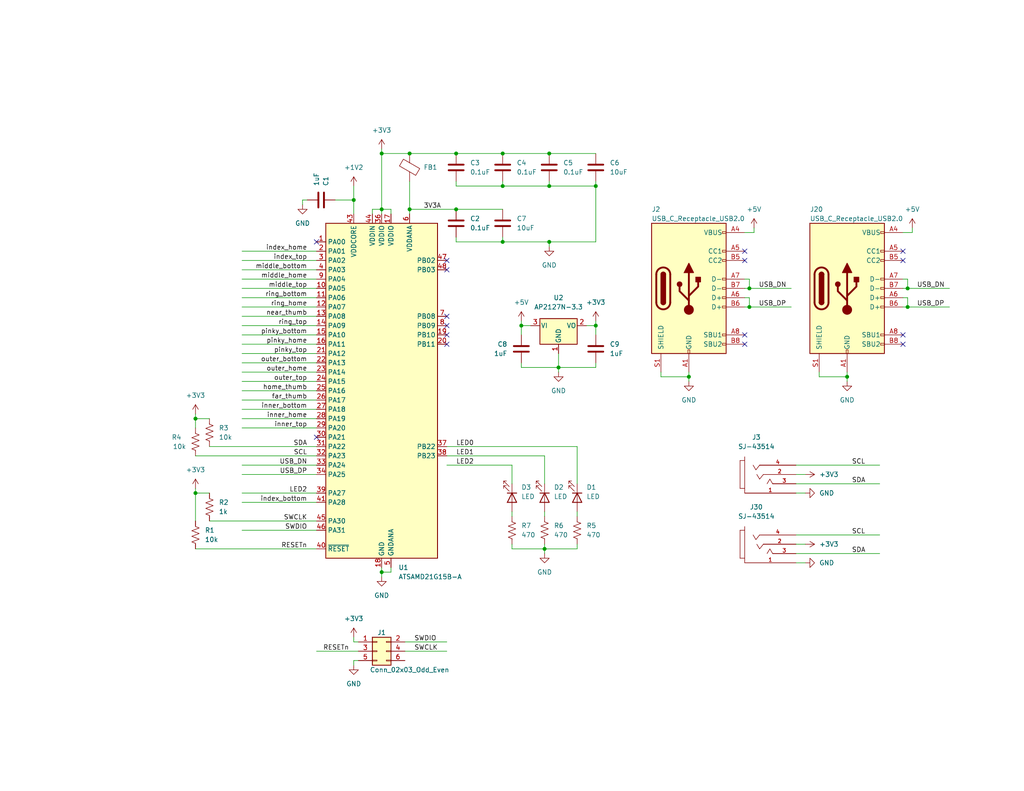
<source format=kicad_sch>
(kicad_sch (version 20211123) (generator eeschema)

  (uuid 9538e4ed-27e6-4c37-b989-9859dc0d49e8)

  (paper "USLetter")

  (lib_symbols
    (symbol "Conn_CUI_SJ-4351:SJ-43514" (pin_names (offset 0)) (in_bom yes) (on_board yes)
      (property "Reference" "J" (id 0) (at 0 5.08 0)
        (effects (font (size 1.27 1.27)) (justify left))
      )
      (property "Value" "SJ-43514" (id 1) (at 0 7.62 0)
        (effects (font (size 1.27 1.27)) (justify left))
      )
      (property "Footprint" "CUI-SJ-43514-*" (id 2) (at 0 10.16 0)
        (effects (font (size 1.27 1.27)) (justify left) hide)
      )
      (property "Datasheet" "https://upverter.com/datasheet/d56e76d76d7dc19eaf6077959b307d240769da14.pdf" (id 3) (at 0 12.7 0)
        (effects (font (size 1.27 1.27)) (justify left) hide)
      )
      (property "category" "Conn" (id 4) (at 0 15.24 0)
        (effects (font (size 1.27 1.27)) (justify left) hide)
      )
      (property "digikey description" "CONN JACK 4COND 3.5MM R/A" (id 5) (at 0 25.4 0)
        (effects (font (size 1.27 1.27)) (justify left) hide)
      )
      (property "digikey part number" "CP-43514-ND" (id 6) (at 0 27.94 0)
        (effects (font (size 1.27 1.27)) (justify left) hide)
      )
      (property "lead free" "yes" (id 7) (at 0 30.48 0)
        (effects (font (size 1.27 1.27)) (justify left) hide)
      )
      (property "library id" "912d6c46ddf0da3b" (id 8) (at 0 33.02 0)
        (effects (font (size 1.27 1.27)) (justify left) hide)
      )
      (property "manufacturer" "CUI" (id 9) (at 0 35.56 0)
        (effects (font (size 1.27 1.27)) (justify left) hide)
      )
      (property "mounting type" "through hole" (id 10) (at 0 38.1 0)
        (effects (font (size 1.27 1.27)) (justify left) hide)
      )
      (property "mouser part number" "490-SJ-43514" (id 11) (at 0 40.64 0)
        (effects (font (size 1.27 1.27)) (justify left) hide)
      )
      (property "num pins" "4" (id 12) (at 0 43.18 0)
        (effects (font (size 1.27 1.27)) (justify left) hide)
      )
      (property "octopart part number" "fbbe32b7b48b2479" (id 13) (at 0 45.72 0)
        (effects (font (size 1.27 1.27)) (justify left) hide)
      )
      (property "package" "CONNECTOR" (id 14) (at 0 48.26 0)
        (effects (font (size 1.27 1.27)) (justify left) hide)
      )
      (property "rohs" "yes" (id 15) (at 0 50.8 0)
        (effects (font (size 1.27 1.27)) (justify left) hide)
      )
      (property "temperature range high" "+85°C" (id 16) (at 0 53.34 0)
        (effects (font (size 1.27 1.27)) (justify left) hide)
      )
      (property "temperature range low" "-25°C" (id 17) (at 0 55.88 0)
        (effects (font (size 1.27 1.27)) (justify left) hide)
      )
      (property "voltage" "" (id 18) (at 0 58.42 0)
        (effects (font (size 1.27 1.27)) (justify left) hide)
      )
      (property "color" "Black" (id 19) (at 0 60.96 0)
        (effects (font (size 1.27 1.27)) (justify left) hide)
      )
      (property "gender" "Female" (id 20) (at 0 63.5 0)
        (effects (font (size 1.27 1.27)) (justify left) hide)
      )
      (property "lifecycle status" "Active" (id 21) (at 0 66.04 0)
        (effects (font (size 1.27 1.27)) (justify left) hide)
      )
      (property "mounting angle" "90 °" (id 22) (at 0 68.58 0)
        (effects (font (size 1.27 1.27)) (justify left) hide)
      )
      (property "size diameter" "3.5 mm" (id 23) (at 0 71.12 0)
        (effects (font (size 1.27 1.27)) (justify left) hide)
      )
      (property "ki_locked" "" (id 24) (at 0 0 0)
        (effects (font (size 1.27 1.27)))
      )
      (property "ki_description" "SJ-43514" (id 25) (at 0 0 0)
        (effects (font (size 1.27 1.27)) hide)
      )
      (symbol "SJ-43514_1_1"
        (polyline
          (pts
            (xy -17.78 -6.35)
            (xy -16.51 -6.35)
          )
          (stroke (width 0) (type default) (color 0 0 0 0))
          (fill (type none))
        )
        (polyline
          (pts
            (xy -17.78 1.27)
            (xy -17.78 -6.35)
          )
          (stroke (width 0) (type default) (color 0 0 0 0))
          (fill (type none))
        )
        (polyline
          (pts
            (xy -16.51 1.27)
            (xy -17.78 1.27)
          )
          (stroke (width 0) (type default) (color 0 0 0 0))
          (fill (type none))
        )
        (polyline
          (pts
            (xy -16.51 2.286)
            (xy -16.51 -7.62)
          )
          (stroke (width 0) (type default) (color 0 0 0 0))
          (fill (type none))
        )
        (polyline
          (pts
            (xy -14.224 0)
            (xy -13.462 -1.27)
          )
          (stroke (width 0) (type default) (color 0 0 0 0))
          (fill (type none))
        )
        (polyline
          (pts
            (xy -13.462 -1.27)
            (xy -12.446 0)
          )
          (stroke (width 0) (type default) (color 0 0 0 0))
          (fill (type none))
        )
        (polyline
          (pts
            (xy -12.446 -3.81)
            (xy -13.208 -2.54)
          )
          (stroke (width 0) (type default) (color 0 0 0 0))
          (fill (type none))
        )
        (polyline
          (pts
            (xy -11.43 -2.54)
            (xy -12.446 -3.81)
          )
          (stroke (width 0) (type default) (color 0 0 0 0))
          (fill (type none))
        )
        (polyline
          (pts
            (xy -10.414 -5.08)
            (xy -9.652 -3.81)
          )
          (stroke (width 0) (type default) (color 0 0 0 0))
          (fill (type none))
        )
        (polyline
          (pts
            (xy -9.652 -3.81)
            (xy -8.89 -5.08)
          )
          (stroke (width 0) (type default) (color 0 0 0 0))
          (fill (type none))
        )
        (pin unspecified line (at -2.54 -7.62 180) (length 13.97)
          (name "Sleeve" (effects (font (size 0 0))))
          (number "1" (effects (font (size 1.016 1.016))))
        )
        (pin unspecified line (at -2.54 -2.54 180) (length 8.89)
          (name "Tip" (effects (font (size 0 0))))
          (number "2" (effects (font (size 1.016 1.016))))
        )
        (pin unspecified line (at -2.54 -5.08 180) (length 6.35)
          (name "Ring1" (effects (font (size 0 0))))
          (number "3" (effects (font (size 1.016 1.016))))
        )
        (pin unspecified line (at -2.54 0 180) (length 9.906)
          (name "Ring2" (effects (font (size 0 0))))
          (number "4" (effects (font (size 1.016 1.016))))
        )
      )
    )
    (symbol "Connector:USB_C_Receptacle_USB2.0" (pin_names (offset 1.016)) (in_bom yes) (on_board yes)
      (property "Reference" "J" (id 0) (at -10.16 19.05 0)
        (effects (font (size 1.27 1.27)) (justify left))
      )
      (property "Value" "USB_C_Receptacle_USB2.0" (id 1) (at 19.05 19.05 0)
        (effects (font (size 1.27 1.27)) (justify right))
      )
      (property "Footprint" "" (id 2) (at 3.81 0 0)
        (effects (font (size 1.27 1.27)) hide)
      )
      (property "Datasheet" "https://www.usb.org/sites/default/files/documents/usb_type-c.zip" (id 3) (at 3.81 0 0)
        (effects (font (size 1.27 1.27)) hide)
      )
      (property "ki_keywords" "usb universal serial bus type-C USB2.0" (id 4) (at 0 0 0)
        (effects (font (size 1.27 1.27)) hide)
      )
      (property "ki_description" "USB 2.0-only Type-C Receptacle connector" (id 5) (at 0 0 0)
        (effects (font (size 1.27 1.27)) hide)
      )
      (property "ki_fp_filters" "USB*C*Receptacle*" (id 6) (at 0 0 0)
        (effects (font (size 1.27 1.27)) hide)
      )
      (symbol "USB_C_Receptacle_USB2.0_0_0"
        (rectangle (start -0.254 -17.78) (end 0.254 -16.764)
          (stroke (width 0) (type default) (color 0 0 0 0))
          (fill (type none))
        )
        (rectangle (start 10.16 -14.986) (end 9.144 -15.494)
          (stroke (width 0) (type default) (color 0 0 0 0))
          (fill (type none))
        )
        (rectangle (start 10.16 -12.446) (end 9.144 -12.954)
          (stroke (width 0) (type default) (color 0 0 0 0))
          (fill (type none))
        )
        (rectangle (start 10.16 -4.826) (end 9.144 -5.334)
          (stroke (width 0) (type default) (color 0 0 0 0))
          (fill (type none))
        )
        (rectangle (start 10.16 -2.286) (end 9.144 -2.794)
          (stroke (width 0) (type default) (color 0 0 0 0))
          (fill (type none))
        )
        (rectangle (start 10.16 0.254) (end 9.144 -0.254)
          (stroke (width 0) (type default) (color 0 0 0 0))
          (fill (type none))
        )
        (rectangle (start 10.16 2.794) (end 9.144 2.286)
          (stroke (width 0) (type default) (color 0 0 0 0))
          (fill (type none))
        )
        (rectangle (start 10.16 7.874) (end 9.144 7.366)
          (stroke (width 0) (type default) (color 0 0 0 0))
          (fill (type none))
        )
        (rectangle (start 10.16 10.414) (end 9.144 9.906)
          (stroke (width 0) (type default) (color 0 0 0 0))
          (fill (type none))
        )
        (rectangle (start 10.16 15.494) (end 9.144 14.986)
          (stroke (width 0) (type default) (color 0 0 0 0))
          (fill (type none))
        )
      )
      (symbol "USB_C_Receptacle_USB2.0_0_1"
        (rectangle (start -10.16 17.78) (end 10.16 -17.78)
          (stroke (width 0.254) (type default) (color 0 0 0 0))
          (fill (type background))
        )
        (arc (start -8.89 -3.81) (mid -6.985 -5.715) (end -5.08 -3.81)
          (stroke (width 0.508) (type default) (color 0 0 0 0))
          (fill (type none))
        )
        (arc (start -7.62 -3.81) (mid -6.985 -4.445) (end -6.35 -3.81)
          (stroke (width 0.254) (type default) (color 0 0 0 0))
          (fill (type none))
        )
        (arc (start -7.62 -3.81) (mid -6.985 -4.445) (end -6.35 -3.81)
          (stroke (width 0.254) (type default) (color 0 0 0 0))
          (fill (type outline))
        )
        (rectangle (start -7.62 -3.81) (end -6.35 3.81)
          (stroke (width 0.254) (type default) (color 0 0 0 0))
          (fill (type outline))
        )
        (arc (start -6.35 3.81) (mid -6.985 4.445) (end -7.62 3.81)
          (stroke (width 0.254) (type default) (color 0 0 0 0))
          (fill (type none))
        )
        (arc (start -6.35 3.81) (mid -6.985 4.445) (end -7.62 3.81)
          (stroke (width 0.254) (type default) (color 0 0 0 0))
          (fill (type outline))
        )
        (arc (start -5.08 3.81) (mid -6.985 5.715) (end -8.89 3.81)
          (stroke (width 0.508) (type default) (color 0 0 0 0))
          (fill (type none))
        )
        (circle (center -2.54 1.143) (radius 0.635)
          (stroke (width 0.254) (type default) (color 0 0 0 0))
          (fill (type outline))
        )
        (circle (center 0 -5.842) (radius 1.27)
          (stroke (width 0) (type default) (color 0 0 0 0))
          (fill (type outline))
        )
        (polyline
          (pts
            (xy -8.89 -3.81)
            (xy -8.89 3.81)
          )
          (stroke (width 0.508) (type default) (color 0 0 0 0))
          (fill (type none))
        )
        (polyline
          (pts
            (xy -5.08 3.81)
            (xy -5.08 -3.81)
          )
          (stroke (width 0.508) (type default) (color 0 0 0 0))
          (fill (type none))
        )
        (polyline
          (pts
            (xy 0 -5.842)
            (xy 0 4.318)
          )
          (stroke (width 0.508) (type default) (color 0 0 0 0))
          (fill (type none))
        )
        (polyline
          (pts
            (xy 0 -3.302)
            (xy -2.54 -0.762)
            (xy -2.54 0.508)
          )
          (stroke (width 0.508) (type default) (color 0 0 0 0))
          (fill (type none))
        )
        (polyline
          (pts
            (xy 0 -2.032)
            (xy 2.54 0.508)
            (xy 2.54 1.778)
          )
          (stroke (width 0.508) (type default) (color 0 0 0 0))
          (fill (type none))
        )
        (polyline
          (pts
            (xy -1.27 4.318)
            (xy 0 6.858)
            (xy 1.27 4.318)
            (xy -1.27 4.318)
          )
          (stroke (width 0.254) (type default) (color 0 0 0 0))
          (fill (type outline))
        )
        (rectangle (start 1.905 1.778) (end 3.175 3.048)
          (stroke (width 0.254) (type default) (color 0 0 0 0))
          (fill (type outline))
        )
      )
      (symbol "USB_C_Receptacle_USB2.0_1_1"
        (pin passive line (at 0 -22.86 90) (length 5.08)
          (name "GND" (effects (font (size 1.27 1.27))))
          (number "A1" (effects (font (size 1.27 1.27))))
        )
        (pin passive line (at 0 -22.86 90) (length 5.08) hide
          (name "GND" (effects (font (size 1.27 1.27))))
          (number "A12" (effects (font (size 1.27 1.27))))
        )
        (pin passive line (at 15.24 15.24 180) (length 5.08)
          (name "VBUS" (effects (font (size 1.27 1.27))))
          (number "A4" (effects (font (size 1.27 1.27))))
        )
        (pin bidirectional line (at 15.24 10.16 180) (length 5.08)
          (name "CC1" (effects (font (size 1.27 1.27))))
          (number "A5" (effects (font (size 1.27 1.27))))
        )
        (pin bidirectional line (at 15.24 -2.54 180) (length 5.08)
          (name "D+" (effects (font (size 1.27 1.27))))
          (number "A6" (effects (font (size 1.27 1.27))))
        )
        (pin bidirectional line (at 15.24 2.54 180) (length 5.08)
          (name "D-" (effects (font (size 1.27 1.27))))
          (number "A7" (effects (font (size 1.27 1.27))))
        )
        (pin bidirectional line (at 15.24 -12.7 180) (length 5.08)
          (name "SBU1" (effects (font (size 1.27 1.27))))
          (number "A8" (effects (font (size 1.27 1.27))))
        )
        (pin passive line (at 15.24 15.24 180) (length 5.08) hide
          (name "VBUS" (effects (font (size 1.27 1.27))))
          (number "A9" (effects (font (size 1.27 1.27))))
        )
        (pin passive line (at 0 -22.86 90) (length 5.08) hide
          (name "GND" (effects (font (size 1.27 1.27))))
          (number "B1" (effects (font (size 1.27 1.27))))
        )
        (pin passive line (at 0 -22.86 90) (length 5.08) hide
          (name "GND" (effects (font (size 1.27 1.27))))
          (number "B12" (effects (font (size 1.27 1.27))))
        )
        (pin passive line (at 15.24 15.24 180) (length 5.08) hide
          (name "VBUS" (effects (font (size 1.27 1.27))))
          (number "B4" (effects (font (size 1.27 1.27))))
        )
        (pin bidirectional line (at 15.24 7.62 180) (length 5.08)
          (name "CC2" (effects (font (size 1.27 1.27))))
          (number "B5" (effects (font (size 1.27 1.27))))
        )
        (pin bidirectional line (at 15.24 -5.08 180) (length 5.08)
          (name "D+" (effects (font (size 1.27 1.27))))
          (number "B6" (effects (font (size 1.27 1.27))))
        )
        (pin bidirectional line (at 15.24 0 180) (length 5.08)
          (name "D-" (effects (font (size 1.27 1.27))))
          (number "B7" (effects (font (size 1.27 1.27))))
        )
        (pin bidirectional line (at 15.24 -15.24 180) (length 5.08)
          (name "SBU2" (effects (font (size 1.27 1.27))))
          (number "B8" (effects (font (size 1.27 1.27))))
        )
        (pin passive line (at 15.24 15.24 180) (length 5.08) hide
          (name "VBUS" (effects (font (size 1.27 1.27))))
          (number "B9" (effects (font (size 1.27 1.27))))
        )
        (pin passive line (at -7.62 -22.86 90) (length 5.08)
          (name "SHIELD" (effects (font (size 1.27 1.27))))
          (number "S1" (effects (font (size 1.27 1.27))))
        )
      )
    )
    (symbol "Connector_Generic:Conn_02x03_Odd_Even" (pin_names (offset 1.016) hide) (in_bom yes) (on_board yes)
      (property "Reference" "J" (id 0) (at 1.27 5.08 0)
        (effects (font (size 1.27 1.27)))
      )
      (property "Value" "Conn_02x03_Odd_Even" (id 1) (at 1.27 -5.08 0)
        (effects (font (size 1.27 1.27)))
      )
      (property "Footprint" "" (id 2) (at 0 0 0)
        (effects (font (size 1.27 1.27)) hide)
      )
      (property "Datasheet" "~" (id 3) (at 0 0 0)
        (effects (font (size 1.27 1.27)) hide)
      )
      (property "ki_keywords" "connector" (id 4) (at 0 0 0)
        (effects (font (size 1.27 1.27)) hide)
      )
      (property "ki_description" "Generic connector, double row, 02x03, odd/even pin numbering scheme (row 1 odd numbers, row 2 even numbers), script generated (kicad-library-utils/schlib/autogen/connector/)" (id 5) (at 0 0 0)
        (effects (font (size 1.27 1.27)) hide)
      )
      (property "ki_fp_filters" "Connector*:*_2x??_*" (id 6) (at 0 0 0)
        (effects (font (size 1.27 1.27)) hide)
      )
      (symbol "Conn_02x03_Odd_Even_1_1"
        (rectangle (start -1.27 -2.413) (end 0 -2.667)
          (stroke (width 0.1524) (type default) (color 0 0 0 0))
          (fill (type none))
        )
        (rectangle (start -1.27 0.127) (end 0 -0.127)
          (stroke (width 0.1524) (type default) (color 0 0 0 0))
          (fill (type none))
        )
        (rectangle (start -1.27 2.667) (end 0 2.413)
          (stroke (width 0.1524) (type default) (color 0 0 0 0))
          (fill (type none))
        )
        (rectangle (start -1.27 3.81) (end 3.81 -3.81)
          (stroke (width 0.254) (type default) (color 0 0 0 0))
          (fill (type background))
        )
        (rectangle (start 3.81 -2.413) (end 2.54 -2.667)
          (stroke (width 0.1524) (type default) (color 0 0 0 0))
          (fill (type none))
        )
        (rectangle (start 3.81 0.127) (end 2.54 -0.127)
          (stroke (width 0.1524) (type default) (color 0 0 0 0))
          (fill (type none))
        )
        (rectangle (start 3.81 2.667) (end 2.54 2.413)
          (stroke (width 0.1524) (type default) (color 0 0 0 0))
          (fill (type none))
        )
        (pin passive line (at -5.08 2.54 0) (length 3.81)
          (name "Pin_1" (effects (font (size 1.27 1.27))))
          (number "1" (effects (font (size 1.27 1.27))))
        )
        (pin passive line (at 7.62 2.54 180) (length 3.81)
          (name "Pin_2" (effects (font (size 1.27 1.27))))
          (number "2" (effects (font (size 1.27 1.27))))
        )
        (pin passive line (at -5.08 0 0) (length 3.81)
          (name "Pin_3" (effects (font (size 1.27 1.27))))
          (number "3" (effects (font (size 1.27 1.27))))
        )
        (pin passive line (at 7.62 0 180) (length 3.81)
          (name "Pin_4" (effects (font (size 1.27 1.27))))
          (number "4" (effects (font (size 1.27 1.27))))
        )
        (pin passive line (at -5.08 -2.54 0) (length 3.81)
          (name "Pin_5" (effects (font (size 1.27 1.27))))
          (number "5" (effects (font (size 1.27 1.27))))
        )
        (pin passive line (at 7.62 -2.54 180) (length 3.81)
          (name "Pin_6" (effects (font (size 1.27 1.27))))
          (number "6" (effects (font (size 1.27 1.27))))
        )
      )
    )
    (symbol "Device:C" (pin_numbers hide) (pin_names (offset 0.254)) (in_bom yes) (on_board yes)
      (property "Reference" "C" (id 0) (at 0.635 2.54 0)
        (effects (font (size 1.27 1.27)) (justify left))
      )
      (property "Value" "C" (id 1) (at 0.635 -2.54 0)
        (effects (font (size 1.27 1.27)) (justify left))
      )
      (property "Footprint" "" (id 2) (at 0.9652 -3.81 0)
        (effects (font (size 1.27 1.27)) hide)
      )
      (property "Datasheet" "~" (id 3) (at 0 0 0)
        (effects (font (size 1.27 1.27)) hide)
      )
      (property "ki_keywords" "cap capacitor" (id 4) (at 0 0 0)
        (effects (font (size 1.27 1.27)) hide)
      )
      (property "ki_description" "Unpolarized capacitor" (id 5) (at 0 0 0)
        (effects (font (size 1.27 1.27)) hide)
      )
      (property "ki_fp_filters" "C_*" (id 6) (at 0 0 0)
        (effects (font (size 1.27 1.27)) hide)
      )
      (symbol "C_0_1"
        (polyline
          (pts
            (xy -2.032 -0.762)
            (xy 2.032 -0.762)
          )
          (stroke (width 0.508) (type default) (color 0 0 0 0))
          (fill (type none))
        )
        (polyline
          (pts
            (xy -2.032 0.762)
            (xy 2.032 0.762)
          )
          (stroke (width 0.508) (type default) (color 0 0 0 0))
          (fill (type none))
        )
      )
      (symbol "C_1_1"
        (pin passive line (at 0 3.81 270) (length 2.794)
          (name "~" (effects (font (size 1.27 1.27))))
          (number "1" (effects (font (size 1.27 1.27))))
        )
        (pin passive line (at 0 -3.81 90) (length 2.794)
          (name "~" (effects (font (size 1.27 1.27))))
          (number "2" (effects (font (size 1.27 1.27))))
        )
      )
    )
    (symbol "Device:FerriteBead" (pin_numbers hide) (pin_names (offset 0)) (in_bom yes) (on_board yes)
      (property "Reference" "FB" (id 0) (at -3.81 0.635 90)
        (effects (font (size 1.27 1.27)))
      )
      (property "Value" "FerriteBead" (id 1) (at 3.81 0 90)
        (effects (font (size 1.27 1.27)))
      )
      (property "Footprint" "" (id 2) (at -1.778 0 90)
        (effects (font (size 1.27 1.27)) hide)
      )
      (property "Datasheet" "~" (id 3) (at 0 0 0)
        (effects (font (size 1.27 1.27)) hide)
      )
      (property "ki_keywords" "L ferrite bead inductor filter" (id 4) (at 0 0 0)
        (effects (font (size 1.27 1.27)) hide)
      )
      (property "ki_description" "Ferrite bead" (id 5) (at 0 0 0)
        (effects (font (size 1.27 1.27)) hide)
      )
      (property "ki_fp_filters" "Inductor_* L_* *Ferrite*" (id 6) (at 0 0 0)
        (effects (font (size 1.27 1.27)) hide)
      )
      (symbol "FerriteBead_0_1"
        (polyline
          (pts
            (xy 0 -1.27)
            (xy 0 -1.2192)
          )
          (stroke (width 0) (type default) (color 0 0 0 0))
          (fill (type none))
        )
        (polyline
          (pts
            (xy 0 1.27)
            (xy 0 1.2954)
          )
          (stroke (width 0) (type default) (color 0 0 0 0))
          (fill (type none))
        )
        (polyline
          (pts
            (xy -2.7686 0.4064)
            (xy -1.7018 2.2606)
            (xy 2.7686 -0.3048)
            (xy 1.6764 -2.159)
            (xy -2.7686 0.4064)
          )
          (stroke (width 0) (type default) (color 0 0 0 0))
          (fill (type none))
        )
      )
      (symbol "FerriteBead_1_1"
        (pin passive line (at 0 3.81 270) (length 2.54)
          (name "~" (effects (font (size 1.27 1.27))))
          (number "1" (effects (font (size 1.27 1.27))))
        )
        (pin passive line (at 0 -3.81 90) (length 2.54)
          (name "~" (effects (font (size 1.27 1.27))))
          (number "2" (effects (font (size 1.27 1.27))))
        )
      )
    )
    (symbol "Device:LED" (pin_numbers hide) (pin_names (offset 1.016) hide) (in_bom yes) (on_board yes)
      (property "Reference" "D" (id 0) (at 0 2.54 0)
        (effects (font (size 1.27 1.27)))
      )
      (property "Value" "LED" (id 1) (at 0 -2.54 0)
        (effects (font (size 1.27 1.27)))
      )
      (property "Footprint" "" (id 2) (at 0 0 0)
        (effects (font (size 1.27 1.27)) hide)
      )
      (property "Datasheet" "~" (id 3) (at 0 0 0)
        (effects (font (size 1.27 1.27)) hide)
      )
      (property "ki_keywords" "LED diode" (id 4) (at 0 0 0)
        (effects (font (size 1.27 1.27)) hide)
      )
      (property "ki_description" "Light emitting diode" (id 5) (at 0 0 0)
        (effects (font (size 1.27 1.27)) hide)
      )
      (property "ki_fp_filters" "LED* LED_SMD:* LED_THT:*" (id 6) (at 0 0 0)
        (effects (font (size 1.27 1.27)) hide)
      )
      (symbol "LED_0_1"
        (polyline
          (pts
            (xy -1.27 -1.27)
            (xy -1.27 1.27)
          )
          (stroke (width 0.254) (type default) (color 0 0 0 0))
          (fill (type none))
        )
        (polyline
          (pts
            (xy -1.27 0)
            (xy 1.27 0)
          )
          (stroke (width 0) (type default) (color 0 0 0 0))
          (fill (type none))
        )
        (polyline
          (pts
            (xy 1.27 -1.27)
            (xy 1.27 1.27)
            (xy -1.27 0)
            (xy 1.27 -1.27)
          )
          (stroke (width 0.254) (type default) (color 0 0 0 0))
          (fill (type none))
        )
        (polyline
          (pts
            (xy -3.048 -0.762)
            (xy -4.572 -2.286)
            (xy -3.81 -2.286)
            (xy -4.572 -2.286)
            (xy -4.572 -1.524)
          )
          (stroke (width 0) (type default) (color 0 0 0 0))
          (fill (type none))
        )
        (polyline
          (pts
            (xy -1.778 -0.762)
            (xy -3.302 -2.286)
            (xy -2.54 -2.286)
            (xy -3.302 -2.286)
            (xy -3.302 -1.524)
          )
          (stroke (width 0) (type default) (color 0 0 0 0))
          (fill (type none))
        )
      )
      (symbol "LED_1_1"
        (pin passive line (at -3.81 0 0) (length 2.54)
          (name "K" (effects (font (size 1.27 1.27))))
          (number "1" (effects (font (size 1.27 1.27))))
        )
        (pin passive line (at 3.81 0 180) (length 2.54)
          (name "A" (effects (font (size 1.27 1.27))))
          (number "2" (effects (font (size 1.27 1.27))))
        )
      )
    )
    (symbol "Device:R_US" (pin_numbers hide) (pin_names (offset 0)) (in_bom yes) (on_board yes)
      (property "Reference" "R" (id 0) (at 2.54 0 90)
        (effects (font (size 1.27 1.27)))
      )
      (property "Value" "R_US" (id 1) (at -2.54 0 90)
        (effects (font (size 1.27 1.27)))
      )
      (property "Footprint" "" (id 2) (at 1.016 -0.254 90)
        (effects (font (size 1.27 1.27)) hide)
      )
      (property "Datasheet" "~" (id 3) (at 0 0 0)
        (effects (font (size 1.27 1.27)) hide)
      )
      (property "ki_keywords" "R res resistor" (id 4) (at 0 0 0)
        (effects (font (size 1.27 1.27)) hide)
      )
      (property "ki_description" "Resistor, US symbol" (id 5) (at 0 0 0)
        (effects (font (size 1.27 1.27)) hide)
      )
      (property "ki_fp_filters" "R_*" (id 6) (at 0 0 0)
        (effects (font (size 1.27 1.27)) hide)
      )
      (symbol "R_US_0_1"
        (polyline
          (pts
            (xy 0 -2.286)
            (xy 0 -2.54)
          )
          (stroke (width 0) (type default) (color 0 0 0 0))
          (fill (type none))
        )
        (polyline
          (pts
            (xy 0 2.286)
            (xy 0 2.54)
          )
          (stroke (width 0) (type default) (color 0 0 0 0))
          (fill (type none))
        )
        (polyline
          (pts
            (xy 0 -0.762)
            (xy 1.016 -1.143)
            (xy 0 -1.524)
            (xy -1.016 -1.905)
            (xy 0 -2.286)
          )
          (stroke (width 0) (type default) (color 0 0 0 0))
          (fill (type none))
        )
        (polyline
          (pts
            (xy 0 0.762)
            (xy 1.016 0.381)
            (xy 0 0)
            (xy -1.016 -0.381)
            (xy 0 -0.762)
          )
          (stroke (width 0) (type default) (color 0 0 0 0))
          (fill (type none))
        )
        (polyline
          (pts
            (xy 0 2.286)
            (xy 1.016 1.905)
            (xy 0 1.524)
            (xy -1.016 1.143)
            (xy 0 0.762)
          )
          (stroke (width 0) (type default) (color 0 0 0 0))
          (fill (type none))
        )
      )
      (symbol "R_US_1_1"
        (pin passive line (at 0 3.81 270) (length 1.27)
          (name "~" (effects (font (size 1.27 1.27))))
          (number "1" (effects (font (size 1.27 1.27))))
        )
        (pin passive line (at 0 -3.81 90) (length 1.27)
          (name "~" (effects (font (size 1.27 1.27))))
          (number "2" (effects (font (size 1.27 1.27))))
        )
      )
    )
    (symbol "MCU_Microchip_SAMD:ATSAMD21G15B-A" (in_bom yes) (on_board yes)
      (property "Reference" "U" (id 0) (at -13.97 46.99 0)
        (effects (font (size 1.27 1.27)))
      )
      (property "Value" "ATSAMD21G15B-A" (id 1) (at 16.51 46.99 0)
        (effects (font (size 1.27 1.27)))
      )
      (property "Footprint" "Package_QFP:TQFP-48_7x7mm_P0.5mm" (id 2) (at 22.86 -46.99 0)
        (effects (font (size 1.27 1.27)) hide)
      )
      (property "Datasheet" "http://ww1.microchip.com/downloads/en/DeviceDoc/SAM_D21_DA1_Family_Data%20Sheet_DS40001882E.pdf" (id 3) (at 0 25.4 0)
        (effects (font (size 1.27 1.27)) hide)
      )
      (property "ki_keywords" "32-bit ARM Cortex-M0+ MCU Microcontroller" (id 4) (at 0 0 0)
        (effects (font (size 1.27 1.27)) hide)
      )
      (property "ki_description" "SAM D21 Microchip SMART ARM-based Flash MCU, 48Mhz, 32K Flash w/ 1K RWW, 4K SRAM, TQFP-48" (id 5) (at 0 0 0)
        (effects (font (size 1.27 1.27)) hide)
      )
      (property "ki_fp_filters" "TQFP*7x7mm*P0.5mm*" (id 6) (at 0 0 0)
        (effects (font (size 1.27 1.27)) hide)
      )
      (symbol "ATSAMD21G15B-A_0_1"
        (rectangle (start -15.24 45.72) (end 15.24 -45.72)
          (stroke (width 0.254) (type default) (color 0 0 0 0))
          (fill (type background))
        )
      )
      (symbol "ATSAMD21G15B-A_1_1"
        (pin bidirectional line (at -17.78 40.64 0) (length 2.54)
          (name "PA00" (effects (font (size 1.27 1.27))))
          (number "1" (effects (font (size 1.27 1.27))))
        )
        (pin bidirectional line (at -17.78 27.94 0) (length 2.54)
          (name "PA05" (effects (font (size 1.27 1.27))))
          (number "10" (effects (font (size 1.27 1.27))))
        )
        (pin bidirectional line (at -17.78 25.4 0) (length 2.54)
          (name "PA06" (effects (font (size 1.27 1.27))))
          (number "11" (effects (font (size 1.27 1.27))))
        )
        (pin bidirectional line (at -17.78 22.86 0) (length 2.54)
          (name "PA07" (effects (font (size 1.27 1.27))))
          (number "12" (effects (font (size 1.27 1.27))))
        )
        (pin bidirectional line (at -17.78 20.32 0) (length 2.54)
          (name "PA08" (effects (font (size 1.27 1.27))))
          (number "13" (effects (font (size 1.27 1.27))))
        )
        (pin bidirectional line (at -17.78 17.78 0) (length 2.54)
          (name "PA09" (effects (font (size 1.27 1.27))))
          (number "14" (effects (font (size 1.27 1.27))))
        )
        (pin bidirectional line (at -17.78 15.24 0) (length 2.54)
          (name "PA10" (effects (font (size 1.27 1.27))))
          (number "15" (effects (font (size 1.27 1.27))))
        )
        (pin bidirectional line (at -17.78 12.7 0) (length 2.54)
          (name "PA11" (effects (font (size 1.27 1.27))))
          (number "16" (effects (font (size 1.27 1.27))))
        )
        (pin power_in line (at 2.54 48.26 270) (length 2.54)
          (name "VDDIO" (effects (font (size 1.27 1.27))))
          (number "17" (effects (font (size 1.27 1.27))))
        )
        (pin power_in line (at 0 -48.26 90) (length 2.54)
          (name "GND" (effects (font (size 1.27 1.27))))
          (number "18" (effects (font (size 1.27 1.27))))
        )
        (pin bidirectional line (at 17.78 15.24 180) (length 2.54)
          (name "PB10" (effects (font (size 1.27 1.27))))
          (number "19" (effects (font (size 1.27 1.27))))
        )
        (pin bidirectional line (at -17.78 38.1 0) (length 2.54)
          (name "PA01" (effects (font (size 1.27 1.27))))
          (number "2" (effects (font (size 1.27 1.27))))
        )
        (pin bidirectional line (at 17.78 12.7 180) (length 2.54)
          (name "PB11" (effects (font (size 1.27 1.27))))
          (number "20" (effects (font (size 1.27 1.27))))
        )
        (pin bidirectional line (at -17.78 10.16 0) (length 2.54)
          (name "PA12" (effects (font (size 1.27 1.27))))
          (number "21" (effects (font (size 1.27 1.27))))
        )
        (pin bidirectional line (at -17.78 7.62 0) (length 2.54)
          (name "PA13" (effects (font (size 1.27 1.27))))
          (number "22" (effects (font (size 1.27 1.27))))
        )
        (pin bidirectional line (at -17.78 5.08 0) (length 2.54)
          (name "PA14" (effects (font (size 1.27 1.27))))
          (number "23" (effects (font (size 1.27 1.27))))
        )
        (pin bidirectional line (at -17.78 2.54 0) (length 2.54)
          (name "PA15" (effects (font (size 1.27 1.27))))
          (number "24" (effects (font (size 1.27 1.27))))
        )
        (pin bidirectional line (at -17.78 0 0) (length 2.54)
          (name "PA16" (effects (font (size 1.27 1.27))))
          (number "25" (effects (font (size 1.27 1.27))))
        )
        (pin bidirectional line (at -17.78 -2.54 0) (length 2.54)
          (name "PA17" (effects (font (size 1.27 1.27))))
          (number "26" (effects (font (size 1.27 1.27))))
        )
        (pin bidirectional line (at -17.78 -5.08 0) (length 2.54)
          (name "PA18" (effects (font (size 1.27 1.27))))
          (number "27" (effects (font (size 1.27 1.27))))
        )
        (pin bidirectional line (at -17.78 -7.62 0) (length 2.54)
          (name "PA19" (effects (font (size 1.27 1.27))))
          (number "28" (effects (font (size 1.27 1.27))))
        )
        (pin bidirectional line (at -17.78 -10.16 0) (length 2.54)
          (name "PA20" (effects (font (size 1.27 1.27))))
          (number "29" (effects (font (size 1.27 1.27))))
        )
        (pin bidirectional line (at -17.78 35.56 0) (length 2.54)
          (name "PA02" (effects (font (size 1.27 1.27))))
          (number "3" (effects (font (size 1.27 1.27))))
        )
        (pin bidirectional line (at -17.78 -12.7 0) (length 2.54)
          (name "PA21" (effects (font (size 1.27 1.27))))
          (number "30" (effects (font (size 1.27 1.27))))
        )
        (pin bidirectional line (at -17.78 -15.24 0) (length 2.54)
          (name "PA22" (effects (font (size 1.27 1.27))))
          (number "31" (effects (font (size 1.27 1.27))))
        )
        (pin bidirectional line (at -17.78 -17.78 0) (length 2.54)
          (name "PA23" (effects (font (size 1.27 1.27))))
          (number "32" (effects (font (size 1.27 1.27))))
        )
        (pin bidirectional line (at -17.78 -20.32 0) (length 2.54)
          (name "PA24" (effects (font (size 1.27 1.27))))
          (number "33" (effects (font (size 1.27 1.27))))
        )
        (pin bidirectional line (at -17.78 -22.86 0) (length 2.54)
          (name "PA25" (effects (font (size 1.27 1.27))))
          (number "34" (effects (font (size 1.27 1.27))))
        )
        (pin passive line (at 0 -48.26 90) (length 2.54) hide
          (name "GND" (effects (font (size 1.27 1.27))))
          (number "35" (effects (font (size 1.27 1.27))))
        )
        (pin power_in line (at 0 48.26 270) (length 2.54)
          (name "VDDIO" (effects (font (size 1.27 1.27))))
          (number "36" (effects (font (size 1.27 1.27))))
        )
        (pin bidirectional line (at 17.78 -15.24 180) (length 2.54)
          (name "PB22" (effects (font (size 1.27 1.27))))
          (number "37" (effects (font (size 1.27 1.27))))
        )
        (pin bidirectional line (at 17.78 -17.78 180) (length 2.54)
          (name "PB23" (effects (font (size 1.27 1.27))))
          (number "38" (effects (font (size 1.27 1.27))))
        )
        (pin bidirectional line (at -17.78 -27.94 0) (length 2.54)
          (name "PA27" (effects (font (size 1.27 1.27))))
          (number "39" (effects (font (size 1.27 1.27))))
        )
        (pin bidirectional line (at -17.78 33.02 0) (length 2.54)
          (name "PA03" (effects (font (size 1.27 1.27))))
          (number "4" (effects (font (size 1.27 1.27))))
        )
        (pin input line (at -17.78 -43.18 0) (length 2.54)
          (name "~{RESET}" (effects (font (size 1.27 1.27))))
          (number "40" (effects (font (size 1.27 1.27))))
        )
        (pin bidirectional line (at -17.78 -30.48 0) (length 2.54)
          (name "PA28" (effects (font (size 1.27 1.27))))
          (number "41" (effects (font (size 1.27 1.27))))
        )
        (pin passive line (at 0 -48.26 90) (length 2.54) hide
          (name "GND" (effects (font (size 1.27 1.27))))
          (number "42" (effects (font (size 1.27 1.27))))
        )
        (pin power_out line (at -7.62 48.26 270) (length 2.54)
          (name "VDDCORE" (effects (font (size 1.27 1.27))))
          (number "43" (effects (font (size 1.27 1.27))))
        )
        (pin power_in line (at -2.54 48.26 270) (length 2.54)
          (name "VDDIN" (effects (font (size 1.27 1.27))))
          (number "44" (effects (font (size 1.27 1.27))))
        )
        (pin bidirectional line (at -17.78 -35.56 0) (length 2.54)
          (name "PA30" (effects (font (size 1.27 1.27))))
          (number "45" (effects (font (size 1.27 1.27))))
        )
        (pin bidirectional line (at -17.78 -38.1 0) (length 2.54)
          (name "PA31" (effects (font (size 1.27 1.27))))
          (number "46" (effects (font (size 1.27 1.27))))
        )
        (pin bidirectional line (at 17.78 35.56 180) (length 2.54)
          (name "PB02" (effects (font (size 1.27 1.27))))
          (number "47" (effects (font (size 1.27 1.27))))
        )
        (pin bidirectional line (at 17.78 33.02 180) (length 2.54)
          (name "PB03" (effects (font (size 1.27 1.27))))
          (number "48" (effects (font (size 1.27 1.27))))
        )
        (pin power_in line (at 2.54 -48.26 90) (length 2.54)
          (name "GNDANA" (effects (font (size 1.27 1.27))))
          (number "5" (effects (font (size 1.27 1.27))))
        )
        (pin power_in line (at 7.62 48.26 270) (length 2.54)
          (name "VDDANA" (effects (font (size 1.27 1.27))))
          (number "6" (effects (font (size 1.27 1.27))))
        )
        (pin bidirectional line (at 17.78 20.32 180) (length 2.54)
          (name "PB08" (effects (font (size 1.27 1.27))))
          (number "7" (effects (font (size 1.27 1.27))))
        )
        (pin bidirectional line (at 17.78 17.78 180) (length 2.54)
          (name "PB09" (effects (font (size 1.27 1.27))))
          (number "8" (effects (font (size 1.27 1.27))))
        )
        (pin bidirectional line (at -17.78 30.48 0) (length 2.54)
          (name "PA04" (effects (font (size 1.27 1.27))))
          (number "9" (effects (font (size 1.27 1.27))))
        )
      )
    )
    (symbol "Regulator_Linear:AP2127N-3.3" (pin_names (offset 0.254)) (in_bom yes) (on_board yes)
      (property "Reference" "U" (id 0) (at -3.81 3.175 0)
        (effects (font (size 1.27 1.27)))
      )
      (property "Value" "AP2127N-3.3" (id 1) (at 0 3.175 0)
        (effects (font (size 1.27 1.27)) (justify left))
      )
      (property "Footprint" "Package_TO_SOT_SMD:SOT-23" (id 2) (at 0 5.715 0)
        (effects (font (size 1.27 1.27) italic) hide)
      )
      (property "Datasheet" "https://www.diodes.com/assets/Datasheets/AP2127.pdf" (id 3) (at 0 0 0)
        (effects (font (size 1.27 1.27)) hide)
      )
      (property "ki_keywords" "linear regulator ldo fixed positive" (id 4) (at 0 0 0)
        (effects (font (size 1.27 1.27)) hide)
      )
      (property "ki_description" "300mA low dropout linear regulator, shutdown pin, 2.5V-6V input voltage, 3.3V fixed positive output, SOT-23 package" (id 5) (at 0 0 0)
        (effects (font (size 1.27 1.27)) hide)
      )
      (property "ki_fp_filters" "SOT?23*" (id 6) (at 0 0 0)
        (effects (font (size 1.27 1.27)) hide)
      )
      (symbol "AP2127N-3.3_0_1"
        (rectangle (start -5.08 1.905) (end 5.08 -5.08)
          (stroke (width 0.254) (type default) (color 0 0 0 0))
          (fill (type background))
        )
      )
      (symbol "AP2127N-3.3_1_1"
        (pin power_in line (at 0 -7.62 90) (length 2.54)
          (name "GND" (effects (font (size 1.27 1.27))))
          (number "1" (effects (font (size 1.27 1.27))))
        )
        (pin power_out line (at 7.62 0 180) (length 2.54)
          (name "VO" (effects (font (size 1.27 1.27))))
          (number "2" (effects (font (size 1.27 1.27))))
        )
        (pin power_in line (at -7.62 0 0) (length 2.54)
          (name "VI" (effects (font (size 1.27 1.27))))
          (number "3" (effects (font (size 1.27 1.27))))
        )
      )
    )
    (symbol "power:+1V2" (power) (pin_names (offset 0)) (in_bom yes) (on_board yes)
      (property "Reference" "#PWR" (id 0) (at 0 -3.81 0)
        (effects (font (size 1.27 1.27)) hide)
      )
      (property "Value" "+1V2" (id 1) (at 0 3.556 0)
        (effects (font (size 1.27 1.27)))
      )
      (property "Footprint" "" (id 2) (at 0 0 0)
        (effects (font (size 1.27 1.27)) hide)
      )
      (property "Datasheet" "" (id 3) (at 0 0 0)
        (effects (font (size 1.27 1.27)) hide)
      )
      (property "ki_keywords" "power-flag" (id 4) (at 0 0 0)
        (effects (font (size 1.27 1.27)) hide)
      )
      (property "ki_description" "Power symbol creates a global label with name \"+1V2\"" (id 5) (at 0 0 0)
        (effects (font (size 1.27 1.27)) hide)
      )
      (symbol "+1V2_0_1"
        (polyline
          (pts
            (xy -0.762 1.27)
            (xy 0 2.54)
          )
          (stroke (width 0) (type default) (color 0 0 0 0))
          (fill (type none))
        )
        (polyline
          (pts
            (xy 0 0)
            (xy 0 2.54)
          )
          (stroke (width 0) (type default) (color 0 0 0 0))
          (fill (type none))
        )
        (polyline
          (pts
            (xy 0 2.54)
            (xy 0.762 1.27)
          )
          (stroke (width 0) (type default) (color 0 0 0 0))
          (fill (type none))
        )
      )
      (symbol "+1V2_1_1"
        (pin power_in line (at 0 0 90) (length 0) hide
          (name "+1V2" (effects (font (size 1.27 1.27))))
          (number "1" (effects (font (size 1.27 1.27))))
        )
      )
    )
    (symbol "power:+3V3" (power) (pin_names (offset 0)) (in_bom yes) (on_board yes)
      (property "Reference" "#PWR" (id 0) (at 0 -3.81 0)
        (effects (font (size 1.27 1.27)) hide)
      )
      (property "Value" "+3V3" (id 1) (at 0 3.556 0)
        (effects (font (size 1.27 1.27)))
      )
      (property "Footprint" "" (id 2) (at 0 0 0)
        (effects (font (size 1.27 1.27)) hide)
      )
      (property "Datasheet" "" (id 3) (at 0 0 0)
        (effects (font (size 1.27 1.27)) hide)
      )
      (property "ki_keywords" "power-flag" (id 4) (at 0 0 0)
        (effects (font (size 1.27 1.27)) hide)
      )
      (property "ki_description" "Power symbol creates a global label with name \"+3V3\"" (id 5) (at 0 0 0)
        (effects (font (size 1.27 1.27)) hide)
      )
      (symbol "+3V3_0_1"
        (polyline
          (pts
            (xy -0.762 1.27)
            (xy 0 2.54)
          )
          (stroke (width 0) (type default) (color 0 0 0 0))
          (fill (type none))
        )
        (polyline
          (pts
            (xy 0 0)
            (xy 0 2.54)
          )
          (stroke (width 0) (type default) (color 0 0 0 0))
          (fill (type none))
        )
        (polyline
          (pts
            (xy 0 2.54)
            (xy 0.762 1.27)
          )
          (stroke (width 0) (type default) (color 0 0 0 0))
          (fill (type none))
        )
      )
      (symbol "+3V3_1_1"
        (pin power_in line (at 0 0 90) (length 0) hide
          (name "+3V3" (effects (font (size 1.27 1.27))))
          (number "1" (effects (font (size 1.27 1.27))))
        )
      )
    )
    (symbol "power:+5V" (power) (pin_names (offset 0)) (in_bom yes) (on_board yes)
      (property "Reference" "#PWR" (id 0) (at 0 -3.81 0)
        (effects (font (size 1.27 1.27)) hide)
      )
      (property "Value" "+5V" (id 1) (at 0 3.556 0)
        (effects (font (size 1.27 1.27)))
      )
      (property "Footprint" "" (id 2) (at 0 0 0)
        (effects (font (size 1.27 1.27)) hide)
      )
      (property "Datasheet" "" (id 3) (at 0 0 0)
        (effects (font (size 1.27 1.27)) hide)
      )
      (property "ki_keywords" "power-flag" (id 4) (at 0 0 0)
        (effects (font (size 1.27 1.27)) hide)
      )
      (property "ki_description" "Power symbol creates a global label with name \"+5V\"" (id 5) (at 0 0 0)
        (effects (font (size 1.27 1.27)) hide)
      )
      (symbol "+5V_0_1"
        (polyline
          (pts
            (xy -0.762 1.27)
            (xy 0 2.54)
          )
          (stroke (width 0) (type default) (color 0 0 0 0))
          (fill (type none))
        )
        (polyline
          (pts
            (xy 0 0)
            (xy 0 2.54)
          )
          (stroke (width 0) (type default) (color 0 0 0 0))
          (fill (type none))
        )
        (polyline
          (pts
            (xy 0 2.54)
            (xy 0.762 1.27)
          )
          (stroke (width 0) (type default) (color 0 0 0 0))
          (fill (type none))
        )
      )
      (symbol "+5V_1_1"
        (pin power_in line (at 0 0 90) (length 0) hide
          (name "+5V" (effects (font (size 1.27 1.27))))
          (number "1" (effects (font (size 1.27 1.27))))
        )
      )
    )
    (symbol "power:GND" (power) (pin_names (offset 0)) (in_bom yes) (on_board yes)
      (property "Reference" "#PWR" (id 0) (at 0 -6.35 0)
        (effects (font (size 1.27 1.27)) hide)
      )
      (property "Value" "GND" (id 1) (at 0 -3.81 0)
        (effects (font (size 1.27 1.27)))
      )
      (property "Footprint" "" (id 2) (at 0 0 0)
        (effects (font (size 1.27 1.27)) hide)
      )
      (property "Datasheet" "" (id 3) (at 0 0 0)
        (effects (font (size 1.27 1.27)) hide)
      )
      (property "ki_keywords" "power-flag" (id 4) (at 0 0 0)
        (effects (font (size 1.27 1.27)) hide)
      )
      (property "ki_description" "Power symbol creates a global label with name \"GND\" , ground" (id 5) (at 0 0 0)
        (effects (font (size 1.27 1.27)) hide)
      )
      (symbol "GND_0_1"
        (polyline
          (pts
            (xy 0 0)
            (xy 0 -1.27)
            (xy 1.27 -1.27)
            (xy 0 -2.54)
            (xy -1.27 -1.27)
            (xy 0 -1.27)
          )
          (stroke (width 0) (type default) (color 0 0 0 0))
          (fill (type none))
        )
      )
      (symbol "GND_1_1"
        (pin power_in line (at 0 0 270) (length 0) hide
          (name "GND" (effects (font (size 1.27 1.27))))
          (number "1" (effects (font (size 1.27 1.27))))
        )
      )
    )
  )

  (junction (at 162.56 88.9) (diameter 0) (color 0 0 0 0)
    (uuid 013d06e8-1205-41b3-8d34-587f3cd78214)
  )
  (junction (at 104.14 156.21) (diameter 0) (color 0 0 0 0)
    (uuid 02b7b349-66c5-48c5-9dff-d4bd2ab5754e)
  )
  (junction (at 111.76 57.15) (diameter 0) (color 0 0 0 0)
    (uuid 149338b9-1f90-4316-97d6-09ca3ef99b30)
  )
  (junction (at 137.16 50.8) (diameter 0) (color 0 0 0 0)
    (uuid 1a5c5b48-4048-4d4c-b061-a31db975da5f)
  )
  (junction (at 247.65 83.82) (diameter 0) (color 0 0 0 0)
    (uuid 23d2fab5-8f0e-40b2-93a2-517086fa5ee1)
  )
  (junction (at 124.46 57.15) (diameter 0) (color 0 0 0 0)
    (uuid 2b9b1d1f-28bc-4bac-bd77-6024f1cb70b1)
  )
  (junction (at 149.86 41.91) (diameter 0) (color 0 0 0 0)
    (uuid 3e877009-e2c5-482a-92c7-21f780ba050d)
  )
  (junction (at 152.4 100.33) (diameter 0) (color 0 0 0 0)
    (uuid 40383015-7931-4ec3-8183-96da8cf4b260)
  )
  (junction (at 96.52 54.61) (diameter 0) (color 0 0 0 0)
    (uuid 44a78e96-047d-4047-a2f4-65060f91f411)
  )
  (junction (at 247.65 78.74) (diameter 0) (color 0 0 0 0)
    (uuid 4f2e7297-2848-4920-b463-278938260435)
  )
  (junction (at 187.96 102.87) (diameter 0) (color 0 0 0 0)
    (uuid 510b530c-179f-46b6-b394-3973f05beeb8)
  )
  (junction (at 149.86 50.8) (diameter 0) (color 0 0 0 0)
    (uuid 6aae4324-9f51-410c-8597-b630659a7a41)
  )
  (junction (at 148.59 149.86) (diameter 0) (color 0 0 0 0)
    (uuid 6b3d0bcc-7e33-40a9-8c17-fb689a4723ba)
  )
  (junction (at 162.56 50.8) (diameter 0) (color 0 0 0 0)
    (uuid 76c88d01-fb2d-4671-91d5-5b416b037f96)
  )
  (junction (at 142.24 88.9) (diameter 0) (color 0 0 0 0)
    (uuid 7d89ebc2-c1f7-402e-857a-e74e1dfbe387)
  )
  (junction (at 53.34 114.3) (diameter 0) (color 0 0 0 0)
    (uuid 806d7eaa-dcd3-443a-a459-e8c55a83bfc2)
  )
  (junction (at 53.34 134.62) (diameter 0) (color 0 0 0 0)
    (uuid 99037b09-2130-4694-b9c7-2436e4214b61)
  )
  (junction (at 104.14 41.91) (diameter 0) (color 0 0 0 0)
    (uuid 9dc2160e-c1c3-45d2-a0b2-23197d0f3b0d)
  )
  (junction (at 231.14 102.87) (diameter 0) (color 0 0 0 0)
    (uuid c7d06524-99cc-443d-bf99-1d5351e62b01)
  )
  (junction (at 104.14 57.15) (diameter 0) (color 0 0 0 0)
    (uuid cb83ed42-bdea-45a1-b3a3-f8e234948f75)
  )
  (junction (at 137.16 41.91) (diameter 0) (color 0 0 0 0)
    (uuid cf9a3ad3-39a7-4a53-b565-efca5122a3a9)
  )
  (junction (at 149.86 66.04) (diameter 0) (color 0 0 0 0)
    (uuid d77e07e1-252b-4cc8-8ba7-4d4b72dbd3fe)
  )
  (junction (at 204.47 78.74) (diameter 0) (color 0 0 0 0)
    (uuid e3908dcc-3f8b-49da-b3f2-97b30989e112)
  )
  (junction (at 124.46 41.91) (diameter 0) (color 0 0 0 0)
    (uuid ee79d18b-ab98-4f34-b2e0-f921ca74eabf)
  )
  (junction (at 137.16 66.04) (diameter 0) (color 0 0 0 0)
    (uuid f03d9c28-857d-45de-8671-63c404e80ec6)
  )
  (junction (at 204.47 83.82) (diameter 0) (color 0 0 0 0)
    (uuid f08c425a-47bc-4e30-b15b-1ee7abc73525)
  )
  (junction (at 111.76 41.91) (diameter 0) (color 0 0 0 0)
    (uuid f24ff43a-c883-4986-bf76-49ea2f2c5347)
  )

  (no_connect (at 246.38 68.58) (uuid 1779700f-bf61-4eae-a77c-42111087991d))
  (no_connect (at 121.92 93.98) (uuid 22b63e0d-f11c-46a0-b2d0-b08207a579ff))
  (no_connect (at 121.92 91.44) (uuid 22b63e0d-f11c-46a0-b2d0-b08207a579ff))
  (no_connect (at 121.92 71.12) (uuid 2ebee323-2deb-4210-8db5-c4177d53b910))
  (no_connect (at 203.2 93.98) (uuid 4bd2c704-d393-48b5-ab40-59852bf76fa3))
  (no_connect (at 203.2 91.44) (uuid 4bd2c704-d393-48b5-ab40-59852bf76fa4))
  (no_connect (at 203.2 71.12) (uuid 4bd2c704-d393-48b5-ab40-59852bf76fa5))
  (no_connect (at 203.2 68.58) (uuid 4bd2c704-d393-48b5-ab40-59852bf76fa6))
  (no_connect (at 86.36 119.38) (uuid 9f9b8033-7093-42fc-9b64-7ddd32fa2250))
  (no_connect (at 246.38 93.98) (uuid a8b31d9d-bfab-47d7-9642-3c72ecd8eb80))
  (no_connect (at 246.38 91.44) (uuid b0ad0afa-620b-471e-b606-c1c9736dc1e3))
  (no_connect (at 121.92 73.66) (uuid ce654d00-f64f-4a72-99f4-7f86c9dd9d99))
  (no_connect (at 246.38 71.12) (uuid d5c9f8e7-167f-43ee-829f-08495ea4b889))
  (no_connect (at 86.36 66.04) (uuid f8e6ffd3-12c0-46ae-8265-68c95da02886))
  (no_connect (at 121.92 86.36) (uuid fc2a1ea7-3132-4577-baeb-35ff0c8dc058))
  (no_connect (at 121.92 88.9) (uuid fc2a1ea7-3132-4577-baeb-35ff0c8dc058))

  (wire (pts (xy 66.04 68.58) (xy 86.36 68.58))
    (stroke (width 0) (type default) (color 0 0 0 0))
    (uuid 01577f49-9380-424a-92d8-46ecf0d793a2)
  )
  (wire (pts (xy 86.36 177.8) (xy 97.79 177.8))
    (stroke (width 0) (type default) (color 0 0 0 0))
    (uuid 01f472d3-4325-4851-ba69-92100c4dadcf)
  )
  (wire (pts (xy 204.47 81.28) (xy 204.47 83.82))
    (stroke (width 0) (type default) (color 0 0 0 0))
    (uuid 0261e39d-2f0e-470d-ab8f-d2f0938c3445)
  )
  (wire (pts (xy 66.04 99.06) (xy 86.36 99.06))
    (stroke (width 0) (type default) (color 0 0 0 0))
    (uuid 028ab2b6-c75f-4d8a-a0ef-c18fdda91dbd)
  )
  (wire (pts (xy 66.04 78.74) (xy 86.36 78.74))
    (stroke (width 0) (type default) (color 0 0 0 0))
    (uuid 02daa624-04c6-4dee-9bba-d55888b101fe)
  )
  (wire (pts (xy 104.14 57.15) (xy 104.14 41.91))
    (stroke (width 0) (type default) (color 0 0 0 0))
    (uuid 03e16626-c66f-48ac-80ef-d0d04aee68cf)
  )
  (wire (pts (xy 217.17 146.05) (xy 240.03 146.05))
    (stroke (width 0) (type default) (color 0 0 0 0))
    (uuid 0556b34d-fbb8-453f-a8c6-49e29928ce15)
  )
  (wire (pts (xy 66.04 83.82) (xy 86.36 83.82))
    (stroke (width 0) (type default) (color 0 0 0 0))
    (uuid 06cffb88-d8e8-4504-a158-e535ebcc63d9)
  )
  (wire (pts (xy 66.04 127) (xy 86.36 127))
    (stroke (width 0) (type default) (color 0 0 0 0))
    (uuid 0736e514-3ee6-40b5-8d77-810456ac9d56)
  )
  (wire (pts (xy 137.16 49.53) (xy 137.16 50.8))
    (stroke (width 0) (type default) (color 0 0 0 0))
    (uuid 0cbb9f91-77b6-4978-87f4-48bb1f08a10f)
  )
  (wire (pts (xy 53.34 113.03) (xy 53.34 114.3))
    (stroke (width 0) (type default) (color 0 0 0 0))
    (uuid 0d9733b8-d8a0-4091-a101-7817f366c474)
  )
  (wire (pts (xy 162.56 87.63) (xy 162.56 88.9))
    (stroke (width 0) (type default) (color 0 0 0 0))
    (uuid 0e9c3924-2d75-4965-bd4d-14b8275871af)
  )
  (wire (pts (xy 246.38 76.2) (xy 247.65 76.2))
    (stroke (width 0) (type default) (color 0 0 0 0))
    (uuid 100a0d38-826f-48f7-b85b-dfd9a60bf631)
  )
  (wire (pts (xy 124.46 50.8) (xy 137.16 50.8))
    (stroke (width 0) (type default) (color 0 0 0 0))
    (uuid 10f4a9b0-5753-42b6-8ce7-0c8d1c8872c2)
  )
  (wire (pts (xy 162.56 66.04) (xy 162.56 50.8))
    (stroke (width 0) (type default) (color 0 0 0 0))
    (uuid 125912ec-f4e6-4e3f-bd94-5b3ed03b6f22)
  )
  (wire (pts (xy 142.24 99.06) (xy 142.24 100.33))
    (stroke (width 0) (type default) (color 0 0 0 0))
    (uuid 13d31e2d-e0da-49ff-9464-561c15a2629a)
  )
  (wire (pts (xy 187.96 102.87) (xy 180.34 102.87))
    (stroke (width 0) (type default) (color 0 0 0 0))
    (uuid 14d76645-7028-437e-a0a7-52341c5b26c9)
  )
  (wire (pts (xy 104.14 40.64) (xy 104.14 41.91))
    (stroke (width 0) (type default) (color 0 0 0 0))
    (uuid 171ff088-edca-4c87-af41-b57715d61e33)
  )
  (wire (pts (xy 66.04 86.36) (xy 86.36 86.36))
    (stroke (width 0) (type default) (color 0 0 0 0))
    (uuid 17cf5547-5d0e-4ded-ad49-3d167d7f56e0)
  )
  (wire (pts (xy 111.76 57.15) (xy 111.76 58.42))
    (stroke (width 0) (type default) (color 0 0 0 0))
    (uuid 1bd7073a-3e95-4a64-b6c9-4ee1691bb6af)
  )
  (wire (pts (xy 137.16 50.8) (xy 149.86 50.8))
    (stroke (width 0) (type default) (color 0 0 0 0))
    (uuid 22bc486a-d899-404f-95ea-2defd686cb31)
  )
  (wire (pts (xy 139.7 132.08) (xy 139.7 127))
    (stroke (width 0) (type default) (color 0 0 0 0))
    (uuid 234059ee-49ac-4730-9178-ab5100c55fa0)
  )
  (wire (pts (xy 247.65 83.82) (xy 259.08 83.82))
    (stroke (width 0) (type default) (color 0 0 0 0))
    (uuid 254ec2e7-dcba-41b6-854c-462a1dbcca13)
  )
  (wire (pts (xy 66.04 144.78) (xy 86.36 144.78))
    (stroke (width 0) (type default) (color 0 0 0 0))
    (uuid 2676e57b-32d6-4054-a209-d262119dbe55)
  )
  (wire (pts (xy 137.16 64.77) (xy 137.16 66.04))
    (stroke (width 0) (type default) (color 0 0 0 0))
    (uuid 271629e5-47eb-4e13-800f-f3b3dd115c2d)
  )
  (wire (pts (xy 204.47 76.2) (xy 204.47 78.74))
    (stroke (width 0) (type default) (color 0 0 0 0))
    (uuid 27fd0264-a339-4eae-aceb-15f76538e2ce)
  )
  (wire (pts (xy 96.52 54.61) (xy 96.52 58.42))
    (stroke (width 0) (type default) (color 0 0 0 0))
    (uuid 282543b4-86b4-4d49-9016-c7fab0209802)
  )
  (wire (pts (xy 148.59 124.46) (xy 121.92 124.46))
    (stroke (width 0) (type default) (color 0 0 0 0))
    (uuid 28f43dbf-ee34-454d-954c-dabcde1a9001)
  )
  (wire (pts (xy 66.04 81.28) (xy 86.36 81.28))
    (stroke (width 0) (type default) (color 0 0 0 0))
    (uuid 29e8aabd-f010-42ac-a76f-1813717d1bd2)
  )
  (wire (pts (xy 66.04 73.66) (xy 86.36 73.66))
    (stroke (width 0) (type default) (color 0 0 0 0))
    (uuid 2ac6c1cf-6e96-4145-9e24-e5a4d033001d)
  )
  (wire (pts (xy 180.34 102.87) (xy 180.34 101.6))
    (stroke (width 0) (type default) (color 0 0 0 0))
    (uuid 2ba12e48-5998-4042-8014-8b69aadc58f5)
  )
  (wire (pts (xy 66.04 88.9) (xy 86.36 88.9))
    (stroke (width 0) (type default) (color 0 0 0 0))
    (uuid 2e1f478b-10e1-47e2-83d3-41d51beebecc)
  )
  (wire (pts (xy 162.56 88.9) (xy 162.56 91.44))
    (stroke (width 0) (type default) (color 0 0 0 0))
    (uuid 2ed73714-1566-4b7a-8083-433dad0bf525)
  )
  (wire (pts (xy 111.76 41.91) (xy 124.46 41.91))
    (stroke (width 0) (type default) (color 0 0 0 0))
    (uuid 3578c556-7694-4605-9956-ec70d613d936)
  )
  (wire (pts (xy 231.14 101.6) (xy 231.14 102.87))
    (stroke (width 0) (type default) (color 0 0 0 0))
    (uuid 3600fc56-f1b3-4c03-9df3-121160cf2fa2)
  )
  (wire (pts (xy 142.24 87.63) (xy 142.24 88.9))
    (stroke (width 0) (type default) (color 0 0 0 0))
    (uuid 37039194-4038-435e-9fe7-760b06b8c4ee)
  )
  (wire (pts (xy 149.86 66.04) (xy 137.16 66.04))
    (stroke (width 0) (type default) (color 0 0 0 0))
    (uuid 3e6085ad-587a-4b23-a88f-0906ee543069)
  )
  (wire (pts (xy 66.04 106.68) (xy 86.36 106.68))
    (stroke (width 0) (type default) (color 0 0 0 0))
    (uuid 3ecd5e71-045c-45dd-959d-3e97c8e33089)
  )
  (wire (pts (xy 148.59 132.08) (xy 148.59 124.46))
    (stroke (width 0) (type default) (color 0 0 0 0))
    (uuid 40ac261b-5db8-42b8-b630-b4cd4b0aa09b)
  )
  (wire (pts (xy 139.7 148.59) (xy 139.7 149.86))
    (stroke (width 0) (type default) (color 0 0 0 0))
    (uuid 415144ec-4e4c-4db9-abda-b5bb28866179)
  )
  (wire (pts (xy 203.2 63.5) (xy 205.74 63.5))
    (stroke (width 0) (type default) (color 0 0 0 0))
    (uuid 42f39bbd-be0a-4879-bf9b-b2e78967d2c3)
  )
  (wire (pts (xy 205.74 62.23) (xy 205.74 63.5))
    (stroke (width 0) (type default) (color 0 0 0 0))
    (uuid 43cc368e-4915-491d-a959-587ee1a58f20)
  )
  (wire (pts (xy 217.17 132.08) (xy 240.03 132.08))
    (stroke (width 0) (type default) (color 0 0 0 0))
    (uuid 43cfb8fd-8455-45c8-8b72-d7070ac63b03)
  )
  (wire (pts (xy 66.04 96.52) (xy 86.36 96.52))
    (stroke (width 0) (type default) (color 0 0 0 0))
    (uuid 44826a5e-f8c7-4a28-91f8-bc9832d6d1a3)
  )
  (wire (pts (xy 247.65 76.2) (xy 247.65 78.74))
    (stroke (width 0) (type default) (color 0 0 0 0))
    (uuid 4563086a-ba85-4f46-9b36-d9a4f9fdcdf1)
  )
  (wire (pts (xy 247.65 78.74) (xy 259.08 78.74))
    (stroke (width 0) (type default) (color 0 0 0 0))
    (uuid 46cbd2b5-3def-48b1-b6cd-7ea537715800)
  )
  (wire (pts (xy 152.4 96.52) (xy 152.4 100.33))
    (stroke (width 0) (type default) (color 0 0 0 0))
    (uuid 46e66528-adaf-45db-86ff-2d0da7850450)
  )
  (wire (pts (xy 148.59 149.86) (xy 148.59 151.13))
    (stroke (width 0) (type default) (color 0 0 0 0))
    (uuid 473fecb2-9700-4d0d-9297-dbbe21088c02)
  )
  (wire (pts (xy 121.92 127) (xy 139.7 127))
    (stroke (width 0) (type default) (color 0 0 0 0))
    (uuid 4ad03d4a-3322-480f-8d2e-f984c81e06cd)
  )
  (wire (pts (xy 53.34 149.86) (xy 86.36 149.86))
    (stroke (width 0) (type default) (color 0 0 0 0))
    (uuid 4b6bfdce-49af-43ec-94c0-03a14a8e9fb5)
  )
  (wire (pts (xy 217.17 151.13) (xy 240.03 151.13))
    (stroke (width 0) (type default) (color 0 0 0 0))
    (uuid 4cb4c2bc-fb81-4097-91a6-badf92fc4cd9)
  )
  (wire (pts (xy 91.44 54.61) (xy 96.52 54.61))
    (stroke (width 0) (type default) (color 0 0 0 0))
    (uuid 4f12f927-67c6-498a-921c-1d8ec377fd5f)
  )
  (wire (pts (xy 106.68 154.94) (xy 106.68 156.21))
    (stroke (width 0) (type default) (color 0 0 0 0))
    (uuid 4fdb285e-eeb6-4771-90b6-c7689b4ef4bc)
  )
  (wire (pts (xy 82.55 54.61) (xy 83.82 54.61))
    (stroke (width 0) (type default) (color 0 0 0 0))
    (uuid 5128ef6b-f522-4226-a2e5-b0b6e9c64083)
  )
  (wire (pts (xy 53.34 124.46) (xy 86.36 124.46))
    (stroke (width 0) (type default) (color 0 0 0 0))
    (uuid 53b3d40c-5885-41df-a9d0-c0b2e66a1558)
  )
  (wire (pts (xy 149.86 41.91) (xy 162.56 41.91))
    (stroke (width 0) (type default) (color 0 0 0 0))
    (uuid 5535607e-6752-4287-b633-36690c439a86)
  )
  (wire (pts (xy 162.56 100.33) (xy 162.56 99.06))
    (stroke (width 0) (type default) (color 0 0 0 0))
    (uuid 55b562de-c574-4ef0-9e1b-13a5f4409dab)
  )
  (wire (pts (xy 66.04 137.16) (xy 86.36 137.16))
    (stroke (width 0) (type default) (color 0 0 0 0))
    (uuid 579ce73e-9f61-489d-a4bb-eca97da37d87)
  )
  (wire (pts (xy 110.49 177.8) (xy 121.92 177.8))
    (stroke (width 0) (type default) (color 0 0 0 0))
    (uuid 59b393c4-d465-401e-8292-002a3c82b544)
  )
  (wire (pts (xy 162.56 88.9) (xy 160.02 88.9))
    (stroke (width 0) (type default) (color 0 0 0 0))
    (uuid 5b0bac9b-8304-4e26-8b61-fe469ac0307d)
  )
  (wire (pts (xy 187.96 101.6) (xy 187.96 102.87))
    (stroke (width 0) (type default) (color 0 0 0 0))
    (uuid 5c45aa98-9c52-4317-8abd-edc632ffec6c)
  )
  (wire (pts (xy 57.15 121.92) (xy 86.36 121.92))
    (stroke (width 0) (type default) (color 0 0 0 0))
    (uuid 5c540481-e6e9-425a-af9e-edfb17476b1a)
  )
  (wire (pts (xy 106.68 57.15) (xy 104.14 57.15))
    (stroke (width 0) (type default) (color 0 0 0 0))
    (uuid 5da0e830-d8a7-48c6-8c16-d97d8ce27937)
  )
  (wire (pts (xy 203.2 76.2) (xy 204.47 76.2))
    (stroke (width 0) (type default) (color 0 0 0 0))
    (uuid 5f6636ed-9d5a-4480-afdf-2507de5cb1e9)
  )
  (wire (pts (xy 157.48 132.08) (xy 157.48 121.92))
    (stroke (width 0) (type default) (color 0 0 0 0))
    (uuid 603a2201-6710-4ed7-ac1e-992cb9ea13f9)
  )
  (wire (pts (xy 203.2 83.82) (xy 204.47 83.82))
    (stroke (width 0) (type default) (color 0 0 0 0))
    (uuid 6130e912-9b3b-4781-8022-923f0189e83b)
  )
  (wire (pts (xy 231.14 102.87) (xy 231.14 104.14))
    (stroke (width 0) (type default) (color 0 0 0 0))
    (uuid 629f3f55-11ca-4e76-b0f1-6746d6ec9622)
  )
  (wire (pts (xy 247.65 81.28) (xy 247.65 83.82))
    (stroke (width 0) (type default) (color 0 0 0 0))
    (uuid 637cb75d-27f7-4a26-b9fa-c7b567613df7)
  )
  (wire (pts (xy 57.15 142.24) (xy 86.36 142.24))
    (stroke (width 0) (type default) (color 0 0 0 0))
    (uuid 65e443f2-dd21-4151-930a-4004f147f647)
  )
  (wire (pts (xy 204.47 83.82) (xy 215.9 83.82))
    (stroke (width 0) (type default) (color 0 0 0 0))
    (uuid 671e7807-4841-4a95-b082-6a846a59962d)
  )
  (wire (pts (xy 66.04 104.14) (xy 86.36 104.14))
    (stroke (width 0) (type default) (color 0 0 0 0))
    (uuid 67696688-aeb4-4c05-bfdd-17ff57e0fa8a)
  )
  (wire (pts (xy 148.59 148.59) (xy 148.59 149.86))
    (stroke (width 0) (type default) (color 0 0 0 0))
    (uuid 69e0a39b-75f5-4d81-b69e-a6e5d02a6c81)
  )
  (wire (pts (xy 66.04 114.3) (xy 86.36 114.3))
    (stroke (width 0) (type default) (color 0 0 0 0))
    (uuid 6ac1247c-3cdb-49fc-9243-8937645c77bf)
  )
  (wire (pts (xy 104.14 57.15) (xy 104.14 58.42))
    (stroke (width 0) (type default) (color 0 0 0 0))
    (uuid 6aeaddd2-943a-40a1-ab2a-8d34593c6413)
  )
  (wire (pts (xy 121.92 121.92) (xy 157.48 121.92))
    (stroke (width 0) (type default) (color 0 0 0 0))
    (uuid 6bf14df3-e498-4a16-ae36-8ad42c4b9f5f)
  )
  (wire (pts (xy 248.92 62.23) (xy 248.92 63.5))
    (stroke (width 0) (type default) (color 0 0 0 0))
    (uuid 6dd41fce-6351-48ad-af38-4b44433b0c55)
  )
  (wire (pts (xy 204.47 78.74) (xy 215.9 78.74))
    (stroke (width 0) (type default) (color 0 0 0 0))
    (uuid 746d9480-cc8a-4cbb-9fff-a74282e77e06)
  )
  (wire (pts (xy 246.38 63.5) (xy 248.92 63.5))
    (stroke (width 0) (type default) (color 0 0 0 0))
    (uuid 7677722a-94ea-40ff-81f3-6f94f6110972)
  )
  (wire (pts (xy 104.14 154.94) (xy 104.14 156.21))
    (stroke (width 0) (type default) (color 0 0 0 0))
    (uuid 770267bd-6b08-4ce9-9859-255364603a92)
  )
  (wire (pts (xy 96.52 181.61) (xy 96.52 180.34))
    (stroke (width 0) (type default) (color 0 0 0 0))
    (uuid 79133f44-0363-4c17-a37e-414d0dda55ce)
  )
  (wire (pts (xy 53.34 133.35) (xy 53.34 134.62))
    (stroke (width 0) (type default) (color 0 0 0 0))
    (uuid 7d343d4a-6503-46c5-9f6e-1b7db1d6afdd)
  )
  (wire (pts (xy 223.52 102.87) (xy 223.52 101.6))
    (stroke (width 0) (type default) (color 0 0 0 0))
    (uuid 7df521f9-2fa9-4b73-b919-e0a06fd49a08)
  )
  (wire (pts (xy 104.14 57.15) (xy 101.6 57.15))
    (stroke (width 0) (type default) (color 0 0 0 0))
    (uuid 81f2c361-0048-4283-a578-d379f9e9cc93)
  )
  (wire (pts (xy 111.76 49.53) (xy 111.76 57.15))
    (stroke (width 0) (type default) (color 0 0 0 0))
    (uuid 8386a99b-88f2-4494-b19d-591b43c56ebb)
  )
  (wire (pts (xy 246.38 78.74) (xy 247.65 78.74))
    (stroke (width 0) (type default) (color 0 0 0 0))
    (uuid 862f3707-da20-4cf4-95d8-9f63abe688d1)
  )
  (wire (pts (xy 148.59 139.7) (xy 148.59 140.97))
    (stroke (width 0) (type default) (color 0 0 0 0))
    (uuid 87f333ab-f914-4205-a243-0e18c70e6500)
  )
  (wire (pts (xy 66.04 101.6) (xy 86.36 101.6))
    (stroke (width 0) (type default) (color 0 0 0 0))
    (uuid 88fc68b9-a2a7-4813-933b-3a5fa3fd7c66)
  )
  (wire (pts (xy 137.16 66.04) (xy 124.46 66.04))
    (stroke (width 0) (type default) (color 0 0 0 0))
    (uuid 8aa39a08-7d19-4329-9b83-053d84d42577)
  )
  (wire (pts (xy 246.38 81.28) (xy 247.65 81.28))
    (stroke (width 0) (type default) (color 0 0 0 0))
    (uuid 901db831-bcff-45ad-a834-c61360e1cecf)
  )
  (wire (pts (xy 246.38 83.82) (xy 247.65 83.82))
    (stroke (width 0) (type default) (color 0 0 0 0))
    (uuid 90d47418-a546-4a60-a25f-b66a00e8b651)
  )
  (wire (pts (xy 110.49 175.26) (xy 121.92 175.26))
    (stroke (width 0) (type default) (color 0 0 0 0))
    (uuid 92bc8497-b45a-40f2-b2dd-13b12e756139)
  )
  (wire (pts (xy 66.04 91.44) (xy 86.36 91.44))
    (stroke (width 0) (type default) (color 0 0 0 0))
    (uuid 9706c52b-d62a-4513-a9c3-c81b8b7b6f96)
  )
  (wire (pts (xy 217.17 129.54) (xy 219.71 129.54))
    (stroke (width 0) (type default) (color 0 0 0 0))
    (uuid 97258f25-ddbf-442d-9d8f-9bf2174c9371)
  )
  (wire (pts (xy 217.17 134.62) (xy 219.71 134.62))
    (stroke (width 0) (type default) (color 0 0 0 0))
    (uuid 99beec15-4d21-4f3c-ab61-91f24054ccd6)
  )
  (wire (pts (xy 217.17 153.67) (xy 219.71 153.67))
    (stroke (width 0) (type default) (color 0 0 0 0))
    (uuid 9d0c2c38-bbf4-42bf-89a0-bd6a97ca50f7)
  )
  (wire (pts (xy 66.04 71.12) (xy 86.36 71.12))
    (stroke (width 0) (type default) (color 0 0 0 0))
    (uuid 9f6ac96e-cad3-4610-963e-ea794c8c1a33)
  )
  (wire (pts (xy 203.2 78.74) (xy 204.47 78.74))
    (stroke (width 0) (type default) (color 0 0 0 0))
    (uuid 9fc83a26-5c42-498f-9a6a-11a2b511d7c9)
  )
  (wire (pts (xy 66.04 111.76) (xy 86.36 111.76))
    (stroke (width 0) (type default) (color 0 0 0 0))
    (uuid a0c988da-f71e-4856-a0c0-9b616ec7d814)
  )
  (wire (pts (xy 137.16 41.91) (xy 149.86 41.91))
    (stroke (width 0) (type default) (color 0 0 0 0))
    (uuid a12b1e63-ab7d-4210-a1c4-17a362f5c5ec)
  )
  (wire (pts (xy 53.34 114.3) (xy 53.34 116.84))
    (stroke (width 0) (type default) (color 0 0 0 0))
    (uuid a23829cf-6faf-4185-a1dc-bffd98740101)
  )
  (wire (pts (xy 142.24 88.9) (xy 142.24 91.44))
    (stroke (width 0) (type default) (color 0 0 0 0))
    (uuid a38a4e74-eb4a-4e56-9925-b1e23d2eb2bf)
  )
  (wire (pts (xy 124.46 49.53) (xy 124.46 50.8))
    (stroke (width 0) (type default) (color 0 0 0 0))
    (uuid a561841e-ce53-490d-a7f2-4798aa53283f)
  )
  (wire (pts (xy 162.56 50.8) (xy 162.56 49.53))
    (stroke (width 0) (type default) (color 0 0 0 0))
    (uuid a671b625-55d4-429d-9de0-b46ec7a5e37d)
  )
  (wire (pts (xy 96.52 180.34) (xy 97.79 180.34))
    (stroke (width 0) (type default) (color 0 0 0 0))
    (uuid a825a303-7349-442c-a94f-1cfb65f5949f)
  )
  (wire (pts (xy 152.4 100.33) (xy 162.56 100.33))
    (stroke (width 0) (type default) (color 0 0 0 0))
    (uuid ab4ec8e1-0e10-43e2-956a-455ac579e3a0)
  )
  (wire (pts (xy 53.34 114.3) (xy 57.15 114.3))
    (stroke (width 0) (type default) (color 0 0 0 0))
    (uuid ae87703c-5354-4242-96de-722a01beeb15)
  )
  (wire (pts (xy 149.86 66.04) (xy 149.86 67.31))
    (stroke (width 0) (type default) (color 0 0 0 0))
    (uuid ae94771a-35de-4d98-944d-450c0e598450)
  )
  (wire (pts (xy 66.04 109.22) (xy 86.36 109.22))
    (stroke (width 0) (type default) (color 0 0 0 0))
    (uuid b37e53e6-881a-471f-9dd1-0c0512e2d41e)
  )
  (wire (pts (xy 96.52 173.99) (xy 96.52 175.26))
    (stroke (width 0) (type default) (color 0 0 0 0))
    (uuid b6f009a4-5294-4386-837c-ddb194488670)
  )
  (wire (pts (xy 217.17 127) (xy 240.03 127))
    (stroke (width 0) (type default) (color 0 0 0 0))
    (uuid ba79b74c-45ee-4689-8cd3-fa8c4d26b08f)
  )
  (wire (pts (xy 187.96 102.87) (xy 187.96 104.14))
    (stroke (width 0) (type default) (color 0 0 0 0))
    (uuid c0ea59d1-ba08-4f36-9901-7842bf66bb46)
  )
  (wire (pts (xy 139.7 149.86) (xy 148.59 149.86))
    (stroke (width 0) (type default) (color 0 0 0 0))
    (uuid c100e4da-7339-4c89-b44b-6a10e6750ab8)
  )
  (wire (pts (xy 57.15 134.62) (xy 53.34 134.62))
    (stroke (width 0) (type default) (color 0 0 0 0))
    (uuid c1968637-c9fe-4d3b-b2ad-869f407be9cc)
  )
  (wire (pts (xy 66.04 76.2) (xy 86.36 76.2))
    (stroke (width 0) (type default) (color 0 0 0 0))
    (uuid c426240f-5803-4d46-85d9-bd5fb2aea293)
  )
  (wire (pts (xy 82.55 55.88) (xy 82.55 54.61))
    (stroke (width 0) (type default) (color 0 0 0 0))
    (uuid c65bc2a7-f9f4-4626-8122-04296a59489b)
  )
  (wire (pts (xy 148.59 149.86) (xy 157.48 149.86))
    (stroke (width 0) (type default) (color 0 0 0 0))
    (uuid cb9b60ad-792c-48f8-ab5f-76134ab90953)
  )
  (wire (pts (xy 124.46 41.91) (xy 137.16 41.91))
    (stroke (width 0) (type default) (color 0 0 0 0))
    (uuid cf9a1829-7ce9-4a16-8ab0-98a7dc9046ec)
  )
  (wire (pts (xy 217.17 148.59) (xy 219.71 148.59))
    (stroke (width 0) (type default) (color 0 0 0 0))
    (uuid d18bb118-adfd-466e-839b-36ae63ea09f1)
  )
  (wire (pts (xy 231.14 102.87) (xy 223.52 102.87))
    (stroke (width 0) (type default) (color 0 0 0 0))
    (uuid d5a09c27-1475-4d91-8039-7a48cefd4baa)
  )
  (wire (pts (xy 96.52 175.26) (xy 97.79 175.26))
    (stroke (width 0) (type default) (color 0 0 0 0))
    (uuid db49337c-0e47-41d5-b80c-2d13554b9a4b)
  )
  (wire (pts (xy 53.34 134.62) (xy 53.34 142.24))
    (stroke (width 0) (type default) (color 0 0 0 0))
    (uuid dc775519-8b3c-4763-9706-d6808f49de23)
  )
  (wire (pts (xy 111.76 57.15) (xy 124.46 57.15))
    (stroke (width 0) (type default) (color 0 0 0 0))
    (uuid df7e3d72-a9b8-4512-a3f4-7760b910b1c0)
  )
  (wire (pts (xy 203.2 81.28) (xy 204.47 81.28))
    (stroke (width 0) (type default) (color 0 0 0 0))
    (uuid e11f9110-ac92-45e8-9763-6a8ef6ad5de2)
  )
  (wire (pts (xy 142.24 88.9) (xy 144.78 88.9))
    (stroke (width 0) (type default) (color 0 0 0 0))
    (uuid e4712f69-66f2-441d-96b5-0de6384e3bfe)
  )
  (wire (pts (xy 66.04 129.54) (xy 86.36 129.54))
    (stroke (width 0) (type default) (color 0 0 0 0))
    (uuid e484f0cd-fc1e-4257-b636-3e9516737ed7)
  )
  (wire (pts (xy 66.04 116.84) (xy 86.36 116.84))
    (stroke (width 0) (type default) (color 0 0 0 0))
    (uuid e53f76ec-84c1-41d1-9a71-60ef9bee1457)
  )
  (wire (pts (xy 139.7 139.7) (xy 139.7 140.97))
    (stroke (width 0) (type default) (color 0 0 0 0))
    (uuid e7b92aa3-97e1-4197-a519-f9507b097a1c)
  )
  (wire (pts (xy 149.86 49.53) (xy 149.86 50.8))
    (stroke (width 0) (type default) (color 0 0 0 0))
    (uuid e95e619b-39d4-40e6-a445-1f0a11ed31f5)
  )
  (wire (pts (xy 104.14 41.91) (xy 111.76 41.91))
    (stroke (width 0) (type default) (color 0 0 0 0))
    (uuid e9fa8c1c-5dfb-46e2-9677-5964c99eb007)
  )
  (wire (pts (xy 106.68 57.15) (xy 106.68 58.42))
    (stroke (width 0) (type default) (color 0 0 0 0))
    (uuid ea3086da-7200-4421-99a5-07494ff8a1eb)
  )
  (wire (pts (xy 101.6 57.15) (xy 101.6 58.42))
    (stroke (width 0) (type default) (color 0 0 0 0))
    (uuid eb8464e8-7125-4144-b713-caf2226338a0)
  )
  (wire (pts (xy 142.24 100.33) (xy 152.4 100.33))
    (stroke (width 0) (type default) (color 0 0 0 0))
    (uuid eb94d725-eb05-4958-9928-300768a0dbca)
  )
  (wire (pts (xy 124.46 64.77) (xy 124.46 66.04))
    (stroke (width 0) (type default) (color 0 0 0 0))
    (uuid ebb3898b-7dab-44c7-b040-0524408fb5e2)
  )
  (wire (pts (xy 96.52 50.8) (xy 96.52 54.61))
    (stroke (width 0) (type default) (color 0 0 0 0))
    (uuid eeb773e1-e886-4e1e-aa7b-d69ec4c94774)
  )
  (wire (pts (xy 104.14 156.21) (xy 106.68 156.21))
    (stroke (width 0) (type default) (color 0 0 0 0))
    (uuid f102e821-7127-4fff-ac26-eb6d03ccdf05)
  )
  (wire (pts (xy 152.4 100.33) (xy 152.4 101.6))
    (stroke (width 0) (type default) (color 0 0 0 0))
    (uuid f2b5cdc9-35a4-4110-afd3-85feca49ae68)
  )
  (wire (pts (xy 157.48 149.86) (xy 157.48 148.59))
    (stroke (width 0) (type default) (color 0 0 0 0))
    (uuid f6b459e1-6157-4abf-aca2-22b8456590a1)
  )
  (wire (pts (xy 66.04 134.62) (xy 86.36 134.62))
    (stroke (width 0) (type default) (color 0 0 0 0))
    (uuid f8071fc9-9b62-421a-b881-016353909374)
  )
  (wire (pts (xy 149.86 50.8) (xy 162.56 50.8))
    (stroke (width 0) (type default) (color 0 0 0 0))
    (uuid fa89ece0-77eb-4a6a-871a-7c60a7e8f6c4)
  )
  (wire (pts (xy 157.48 139.7) (xy 157.48 140.97))
    (stroke (width 0) (type default) (color 0 0 0 0))
    (uuid fba2b3d7-ffd4-4f30-84c2-7d9290be0b8f)
  )
  (wire (pts (xy 149.86 66.04) (xy 162.56 66.04))
    (stroke (width 0) (type default) (color 0 0 0 0))
    (uuid fbfcd810-a2ee-4275-a342-231c8a7e6dbb)
  )
  (wire (pts (xy 124.46 57.15) (xy 137.16 57.15))
    (stroke (width 0) (type default) (color 0 0 0 0))
    (uuid fd1d8807-5133-43a9-aa70-ea2350935448)
  )
  (wire (pts (xy 66.04 93.98) (xy 86.36 93.98))
    (stroke (width 0) (type default) (color 0 0 0 0))
    (uuid fe96dd37-5a0e-4320-8cc8-d9c060e17dfd)
  )
  (wire (pts (xy 104.14 156.21) (xy 104.14 157.48))
    (stroke (width 0) (type default) (color 0 0 0 0))
    (uuid ff2b007a-1051-433e-89e1-2c6a6ce772b7)
  )

  (label "SDA" (at 232.41 151.13 0)
    (effects (font (size 1.27 1.27)) (justify left bottom))
    (uuid 0349a36e-46d0-4753-b3b5-d7f5383e0dee)
  )
  (label "SWDIO" (at 113.03 175.26 0)
    (effects (font (size 1.27 1.27)) (justify left bottom))
    (uuid 08907f14-032b-49c7-b41c-15a744bc5a4f)
  )
  (label "USB_DN" (at 250.19 78.74 0)
    (effects (font (size 1.27 1.27)) (justify left bottom))
    (uuid 119f5095-1fb8-4d94-8d47-1bba2ad950d2)
  )
  (label "RESETn" (at 95.25 177.8 180)
    (effects (font (size 1.27 1.27)) (justify right bottom))
    (uuid 1979d595-f4eb-4f33-aa36-102e3486ea73)
  )
  (label "home_thumb" (at 83.82 106.68 180)
    (effects (font (size 1.27 1.27)) (justify right bottom))
    (uuid 1b734947-4591-44d6-ba02-cd89adc71133)
  )
  (label "3V3A" (at 115.57 57.15 0)
    (effects (font (size 1.27 1.27)) (justify left bottom))
    (uuid 1fae8c92-b1cd-4a61-a8d2-e875925705a4)
  )
  (label "LED2" (at 83.82 134.62 180)
    (effects (font (size 1.27 1.27)) (justify right bottom))
    (uuid 25717294-663d-4589-a06e-7246f45b59cc)
  )
  (label "middle_bottom" (at 83.82 73.66 180)
    (effects (font (size 1.27 1.27)) (justify right bottom))
    (uuid 28aa1f5e-dee6-494a-b543-250c6bcb242e)
  )
  (label "USB_DP" (at 250.19 83.82 0)
    (effects (font (size 1.27 1.27)) (justify left bottom))
    (uuid 2a94bdf3-d3de-42c3-bcfb-e57b2151c642)
  )
  (label "SCL" (at 232.41 127 0)
    (effects (font (size 1.27 1.27)) (justify left bottom))
    (uuid 2bb26ecd-6c24-44dd-9208-802ff78b55cd)
  )
  (label "LED0" (at 124.46 121.92 0)
    (effects (font (size 1.27 1.27)) (justify left bottom))
    (uuid 31fd3165-53a4-4a1e-b100-ddf2d96e25e5)
  )
  (label "USB_DP" (at 83.8299 129.54 180)
    (effects (font (size 1.27 1.27)) (justify right bottom))
    (uuid 34f2a630-0948-4c98-817f-c76950676ecc)
  )
  (label "inner_home" (at 83.82 114.3 180)
    (effects (font (size 1.27 1.27)) (justify right bottom))
    (uuid 3d149919-51a7-4190-8da0-c6400f1ad8cf)
  )
  (label "middle_top" (at 83.82 78.74 180)
    (effects (font (size 1.27 1.27)) (justify right bottom))
    (uuid 45c2c35d-b063-4672-a234-114917207d7e)
  )
  (label "index_home" (at 83.82 68.58 180)
    (effects (font (size 1.27 1.27)) (justify right bottom))
    (uuid 4c4746ff-3691-44cd-b381-637db0a3d49d)
  )
  (label "outer_home" (at 83.82 101.6 180)
    (effects (font (size 1.27 1.27)) (justify right bottom))
    (uuid 4f227990-77c4-42c4-8b33-a49707a550cb)
  )
  (label "USB_DN" (at 83.8299 127 180)
    (effects (font (size 1.27 1.27)) (justify right bottom))
    (uuid 4f696190-4dd5-4abf-882f-9fc22ce21a7b)
  )
  (label "ring_bottom" (at 83.82 81.28 180)
    (effects (font (size 1.27 1.27)) (justify right bottom))
    (uuid 52f00738-f161-47e7-bb80-d00fc7d03ee5)
  )
  (label "near_thumb" (at 83.82 86.36 180)
    (effects (font (size 1.27 1.27)) (justify right bottom))
    (uuid 5d3fe904-ae4f-4c3e-bc37-923e512c6c25)
  )
  (label "middle_home" (at 83.82 76.2 180)
    (effects (font (size 1.27 1.27)) (justify right bottom))
    (uuid 61407a75-567f-4116-b99e-3dc91ffa2789)
  )
  (label "SWCLK" (at 83.82 142.24 180)
    (effects (font (size 1.27 1.27)) (justify right bottom))
    (uuid 69cc8a39-53c9-4f29-a149-b7d0e64ab84b)
  )
  (label "SDA" (at 83.8299 121.92 180)
    (effects (font (size 1.27 1.27)) (justify right bottom))
    (uuid 7ccba34f-4bcd-4aaf-a5ff-8608b3ef7a07)
  )
  (label "pinky_top" (at 83.82 96.52 180)
    (effects (font (size 1.27 1.27)) (justify right bottom))
    (uuid 8bf37a13-e175-4246-a4f0-4ab526c58c2e)
  )
  (label "SCL" (at 232.41 146.05 0)
    (effects (font (size 1.27 1.27)) (justify left bottom))
    (uuid 8c133e69-bffc-47d2-a544-016fce40323a)
  )
  (label "LED1" (at 124.46 124.46 0)
    (effects (font (size 1.27 1.27)) (justify left bottom))
    (uuid 8dcfabab-2c4a-4fed-a62f-7cfed391a06e)
  )
  (label "USB_DP" (at 207.01 83.82 0)
    (effects (font (size 1.27 1.27)) (justify left bottom))
    (uuid 8f5b5c4e-fc5a-4a31-92f4-e1b1aa3f4cf8)
  )
  (label "inner_bottom" (at 83.82 111.76 180)
    (effects (font (size 1.27 1.27)) (justify right bottom))
    (uuid 96e9151c-3ffb-4971-98de-85cb948ccc16)
  )
  (label "USB_DN" (at 207.01 78.74 0)
    (effects (font (size 1.27 1.27)) (justify left bottom))
    (uuid 9d70cbde-533f-497a-b32b-da1f74077f92)
  )
  (label "pinky_home" (at 83.82 93.98 180)
    (effects (font (size 1.27 1.27)) (justify right bottom))
    (uuid b7eb4f8f-cb1f-46c5-a151-471baa53c09b)
  )
  (label "SWDIO" (at 83.82 144.78 180)
    (effects (font (size 1.27 1.27)) (justify right bottom))
    (uuid b8ff0c2e-ce98-44bf-9c01-069d17da5b8d)
  )
  (label "LED2" (at 124.46 127 0)
    (effects (font (size 1.27 1.27)) (justify left bottom))
    (uuid ba6c5718-693e-4db7-8335-02d28e03d079)
  )
  (label "inner_top" (at 83.82 116.84 180)
    (effects (font (size 1.27 1.27)) (justify right bottom))
    (uuid bb1d3653-b63a-47c0-b6f8-d8d1da193c13)
  )
  (label "index_bottom" (at 83.82 137.16 180)
    (effects (font (size 1.27 1.27)) (justify right bottom))
    (uuid bc99446e-c06e-42d0-8589-81f5e5f8514f)
  )
  (label "index_top" (at 83.82 71.12 180)
    (effects (font (size 1.27 1.27)) (justify right bottom))
    (uuid bfcc60a5-ece2-42e3-b150-7064e35a5cef)
  )
  (label "SWCLK" (at 113.03 177.8 0)
    (effects (font (size 1.27 1.27)) (justify left bottom))
    (uuid c6125d5d-a3a7-4e58-bba6-f21dabed648f)
  )
  (label "outer_bottom" (at 83.82 99.06 180)
    (effects (font (size 1.27 1.27)) (justify right bottom))
    (uuid d6aa6932-0edb-4f58-bfd6-266f1a6f457d)
  )
  (label "SDA" (at 232.41 132.08 0)
    (effects (font (size 1.27 1.27)) (justify left bottom))
    (uuid da849f05-0461-42e2-8bae-50c246d89731)
  )
  (label "ring_top" (at 83.82 88.9 180)
    (effects (font (size 1.27 1.27)) (justify right bottom))
    (uuid e0efc4b6-60c4-49f6-9326-a8ccaf36beda)
  )
  (label "pinky_bottom" (at 83.82 91.44 180)
    (effects (font (size 1.27 1.27)) (justify right bottom))
    (uuid e6ab54f9-05ad-449f-8925-9fca23b9346a)
  )
  (label "RESETn" (at 83.82 149.86 180)
    (effects (font (size 1.27 1.27)) (justify right bottom))
    (uuid e6c3fc9d-2244-4c8f-aba0-80464c1655bd)
  )
  (label "ring_home" (at 83.82 83.82 180)
    (effects (font (size 1.27 1.27)) (justify right bottom))
    (uuid efae95cd-76b8-42c4-9a3d-9f03147ab08f)
  )
  (label "outer_top" (at 83.82 104.14 180)
    (effects (font (size 1.27 1.27)) (justify right bottom))
    (uuid f1789a64-c1db-420e-b19a-0e4a8812d8fb)
  )
  (label "far_thumb" (at 83.82 109.22 180)
    (effects (font (size 1.27 1.27)) (justify right bottom))
    (uuid f54db01e-657d-46ea-8868-c31d38364a73)
  )
  (label "SCL" (at 83.82 124.46 180)
    (effects (font (size 1.27 1.27)) (justify right bottom))
    (uuid fe65e801-0db8-4054-9759-1f6e95777636)
  )

  (symbol (lib_id "power:+3V3") (at 96.52 173.99 0) (unit 1)
    (in_bom yes) (on_board yes) (fields_autoplaced)
    (uuid 030516ee-d02e-4d32-ba01-bcfd355a679a)
    (property "Reference" "#PWR0119" (id 0) (at 96.52 177.8 0)
      (effects (font (size 1.27 1.27)) hide)
    )
    (property "Value" "+3V3" (id 1) (at 96.52 168.91 0))
    (property "Footprint" "" (id 2) (at 96.52 173.99 0)
      (effects (font (size 1.27 1.27)) hide)
    )
    (property "Datasheet" "" (id 3) (at 96.52 173.99 0)
      (effects (font (size 1.27 1.27)) hide)
    )
    (pin "1" (uuid f8896e66-5853-497f-8451-b1889d644a7a))
  )

  (symbol (lib_id "Device:C") (at 137.16 45.72 0) (unit 1)
    (in_bom yes) (on_board yes) (fields_autoplaced)
    (uuid 09efda53-e489-4cd8-a9eb-ac6940ab202f)
    (property "Reference" "C4" (id 0) (at 140.97 44.4499 0)
      (effects (font (size 1.27 1.27)) (justify left))
    )
    (property "Value" "0.1uF" (id 1) (at 140.97 46.9899 0)
      (effects (font (size 1.27 1.27)) (justify left))
    )
    (property "Footprint" "Capacitor_SMD:C_0603_1608Metric" (id 2) (at 138.1252 49.53 0)
      (effects (font (size 1.27 1.27)) hide)
    )
    (property "Datasheet" "~" (id 3) (at 137.16 45.72 0)
      (effects (font (size 1.27 1.27)) hide)
    )
    (pin "1" (uuid ea01d05e-221a-4322-93af-fd5998af18a3))
    (pin "2" (uuid a33eda92-70a0-479f-99a9-d4622ee46491))
  )

  (symbol (lib_id "Device:C") (at 87.63 54.61 270) (unit 1)
    (in_bom yes) (on_board yes)
    (uuid 1430c7c6-fb95-4d05-a6fe-2ac56d8064e4)
    (property "Reference" "C1" (id 0) (at 88.9 50.8 0)
      (effects (font (size 1.27 1.27)) (justify right))
    )
    (property "Value" "1uF" (id 1) (at 86.36 50.8 0)
      (effects (font (size 1.27 1.27)) (justify right))
    )
    (property "Footprint" "Capacitor_SMD:C_0603_1608Metric" (id 2) (at 83.82 55.5752 0)
      (effects (font (size 1.27 1.27)) hide)
    )
    (property "Datasheet" "~" (id 3) (at 87.63 54.61 0)
      (effects (font (size 1.27 1.27)) hide)
    )
    (pin "1" (uuid 9f35685a-455f-4eba-9b45-5375c1acf8d2))
    (pin "2" (uuid 098dd8b3-8baa-4b57-82e4-99ae551e7df1))
  )

  (symbol (lib_id "Device:C") (at 149.86 45.72 0) (unit 1)
    (in_bom yes) (on_board yes) (fields_autoplaced)
    (uuid 17ded303-bc9c-4642-a52d-940925a3acd7)
    (property "Reference" "C5" (id 0) (at 153.67 44.4499 0)
      (effects (font (size 1.27 1.27)) (justify left))
    )
    (property "Value" "0.1uF" (id 1) (at 153.67 46.9899 0)
      (effects (font (size 1.27 1.27)) (justify left))
    )
    (property "Footprint" "Capacitor_SMD:C_0603_1608Metric" (id 2) (at 150.8252 49.53 0)
      (effects (font (size 1.27 1.27)) hide)
    )
    (property "Datasheet" "~" (id 3) (at 149.86 45.72 0)
      (effects (font (size 1.27 1.27)) hide)
    )
    (pin "1" (uuid d5a0e1b0-a04c-458e-bf5c-b527df4f8a90))
    (pin "2" (uuid 4f17b002-fdb1-43ec-8685-cf55cb6c7c1e))
  )

  (symbol (lib_id "power:+1V2") (at 96.52 50.8 0) (unit 1)
    (in_bom yes) (on_board yes) (fields_autoplaced)
    (uuid 1acfa435-07fb-458d-bfca-6140eb3e4331)
    (property "Reference" "#PWR0104" (id 0) (at 96.52 54.61 0)
      (effects (font (size 1.27 1.27)) hide)
    )
    (property "Value" "+1V2" (id 1) (at 96.52 45.72 0))
    (property "Footprint" "" (id 2) (at 96.52 50.8 0)
      (effects (font (size 1.27 1.27)) hide)
    )
    (property "Datasheet" "" (id 3) (at 96.52 50.8 0)
      (effects (font (size 1.27 1.27)) hide)
    )
    (pin "1" (uuid 0de03974-fcf3-4f6a-a707-0b22e095cad2))
  )

  (symbol (lib_id "power:+3V3") (at 53.34 113.03 0) (unit 1)
    (in_bom yes) (on_board yes) (fields_autoplaced)
    (uuid 1d24c0fc-eef3-43d2-b9a3-4f3461adcfec)
    (property "Reference" "#PWR0111" (id 0) (at 53.34 116.84 0)
      (effects (font (size 1.27 1.27)) hide)
    )
    (property "Value" "+3V3" (id 1) (at 53.34 107.95 0))
    (property "Footprint" "" (id 2) (at 53.34 113.03 0)
      (effects (font (size 1.27 1.27)) hide)
    )
    (property "Datasheet" "" (id 3) (at 53.34 113.03 0)
      (effects (font (size 1.27 1.27)) hide)
    )
    (pin "1" (uuid 48bf0bfb-c232-4b2e-8cf8-9321891eb419))
  )

  (symbol (lib_id "power:GND") (at 187.96 104.14 0) (unit 1)
    (in_bom yes) (on_board yes) (fields_autoplaced)
    (uuid 1e8fa04d-f88f-4e1d-b30b-1f58c5d366f8)
    (property "Reference" "#PWR0102" (id 0) (at 187.96 110.49 0)
      (effects (font (size 1.27 1.27)) hide)
    )
    (property "Value" "GND" (id 1) (at 187.96 109.22 0))
    (property "Footprint" "" (id 2) (at 187.96 104.14 0)
      (effects (font (size 1.27 1.27)) hide)
    )
    (property "Datasheet" "" (id 3) (at 187.96 104.14 0)
      (effects (font (size 1.27 1.27)) hide)
    )
    (pin "1" (uuid c2a9e1bb-0f9c-4b13-9b30-9e3c0bb14e22))
  )

  (symbol (lib_id "Device:LED") (at 148.59 135.89 270) (unit 1)
    (in_bom yes) (on_board yes) (fields_autoplaced)
    (uuid 1ed2a736-85af-4728-a1a7-e869736241e5)
    (property "Reference" "D2" (id 0) (at 151.13 133.0324 90)
      (effects (font (size 1.27 1.27)) (justify left))
    )
    (property "Value" "LED" (id 1) (at 151.13 135.5724 90)
      (effects (font (size 1.27 1.27)) (justify left))
    )
    (property "Footprint" "Diode_SMD:D_0603_1608Metric" (id 2) (at 148.59 135.89 0)
      (effects (font (size 1.27 1.27)) hide)
    )
    (property "Datasheet" "~" (id 3) (at 148.59 135.89 0)
      (effects (font (size 1.27 1.27)) hide)
    )
    (pin "1" (uuid b7e50e30-5167-41a3-a9eb-9d6c41b35a10))
    (pin "2" (uuid bbdd9bc4-3bb9-49ce-8afe-d1eed1e23a2c))
  )

  (symbol (lib_id "power:GND") (at 96.52 181.61 0) (unit 1)
    (in_bom yes) (on_board yes) (fields_autoplaced)
    (uuid 21d48f02-2430-424d-a130-5d1280c96772)
    (property "Reference" "#PWR0118" (id 0) (at 96.52 187.96 0)
      (effects (font (size 1.27 1.27)) hide)
    )
    (property "Value" "GND" (id 1) (at 96.52 186.69 0))
    (property "Footprint" "" (id 2) (at 96.52 181.61 0)
      (effects (font (size 1.27 1.27)) hide)
    )
    (property "Datasheet" "" (id 3) (at 96.52 181.61 0)
      (effects (font (size 1.27 1.27)) hide)
    )
    (pin "1" (uuid f2b54397-937b-4fad-9077-bf8c4dbc3780))
  )

  (symbol (lib_id "power:+5V") (at 248.92 62.23 0) (unit 1)
    (in_bom yes) (on_board yes) (fields_autoplaced)
    (uuid 2865aee6-7eec-42f2-ad24-12efec7137fb)
    (property "Reference" "#PWR0110" (id 0) (at 248.92 66.04 0)
      (effects (font (size 1.27 1.27)) hide)
    )
    (property "Value" "+5V" (id 1) (at 248.92 57.15 0))
    (property "Footprint" "" (id 2) (at 248.92 62.23 0)
      (effects (font (size 1.27 1.27)) hide)
    )
    (property "Datasheet" "" (id 3) (at 248.92 62.23 0)
      (effects (font (size 1.27 1.27)) hide)
    )
    (pin "1" (uuid b30355e7-68f9-417a-84bd-f2379e9eeff7))
  )

  (symbol (lib_id "power:+5V") (at 205.74 62.23 0) (unit 1)
    (in_bom yes) (on_board yes) (fields_autoplaced)
    (uuid 2e955124-6939-410c-81be-086896fd0cd7)
    (property "Reference" "#PWR03" (id 0) (at 205.74 66.04 0)
      (effects (font (size 1.27 1.27)) hide)
    )
    (property "Value" "+5V" (id 1) (at 205.74 57.15 0))
    (property "Footprint" "" (id 2) (at 205.74 62.23 0)
      (effects (font (size 1.27 1.27)) hide)
    )
    (property "Datasheet" "" (id 3) (at 205.74 62.23 0)
      (effects (font (size 1.27 1.27)) hide)
    )
    (pin "1" (uuid ce1420d2-2748-4ed6-89ac-721f9b8252dd))
  )

  (symbol (lib_id "Device:C") (at 137.16 60.96 0) (unit 1)
    (in_bom yes) (on_board yes) (fields_autoplaced)
    (uuid 322df8be-81a7-41ab-8c28-0004e851f986)
    (property "Reference" "C7" (id 0) (at 140.97 59.6899 0)
      (effects (font (size 1.27 1.27)) (justify left))
    )
    (property "Value" "10uF" (id 1) (at 140.97 62.2299 0)
      (effects (font (size 1.27 1.27)) (justify left))
    )
    (property "Footprint" "Capacitor_SMD:C_0603_1608Metric" (id 2) (at 138.1252 64.77 0)
      (effects (font (size 1.27 1.27)) hide)
    )
    (property "Datasheet" "~" (id 3) (at 137.16 60.96 0)
      (effects (font (size 1.27 1.27)) hide)
    )
    (pin "1" (uuid fc617fc6-87a8-4d63-9f9a-1af26d9677c9))
    (pin "2" (uuid f6e135e2-34db-4e5f-9e3e-f845015b3fbb))
  )

  (symbol (lib_id "Device:R_US") (at 53.34 120.65 0) (unit 1)
    (in_bom yes) (on_board yes)
    (uuid 3c04449f-8167-4463-89b2-4391fad675f3)
    (property "Reference" "R4" (id 0) (at 49.53 119.38 0)
      (effects (font (size 1.27 1.27)) (justify right))
    )
    (property "Value" "10k" (id 1) (at 50.8 121.92 0)
      (effects (font (size 1.27 1.27)) (justify right))
    )
    (property "Footprint" "Resistor_SMD:R_0603_1608Metric" (id 2) (at 54.356 120.904 90)
      (effects (font (size 1.27 1.27)) hide)
    )
    (property "Datasheet" "~" (id 3) (at 53.34 120.65 0)
      (effects (font (size 1.27 1.27)) hide)
    )
    (pin "1" (uuid 8de17356-1ff8-4f66-8774-045e13068dd5))
    (pin "2" (uuid 5040432a-22f6-41ca-bfaa-0932e69e8625))
  )

  (symbol (lib_id "Device:C") (at 124.46 45.72 0) (unit 1)
    (in_bom yes) (on_board yes) (fields_autoplaced)
    (uuid 3f7823c0-9beb-4f70-a2cb-ea27fa1d4647)
    (property "Reference" "C3" (id 0) (at 128.27 44.4499 0)
      (effects (font (size 1.27 1.27)) (justify left))
    )
    (property "Value" "0.1uF" (id 1) (at 128.27 46.9899 0)
      (effects (font (size 1.27 1.27)) (justify left))
    )
    (property "Footprint" "Capacitor_SMD:C_0603_1608Metric" (id 2) (at 125.4252 49.53 0)
      (effects (font (size 1.27 1.27)) hide)
    )
    (property "Datasheet" "~" (id 3) (at 124.46 45.72 0)
      (effects (font (size 1.27 1.27)) hide)
    )
    (pin "1" (uuid 0c4ce7cb-b3cb-4aac-a2ef-e2a377923fba))
    (pin "2" (uuid 9d99da1b-1d7c-4cc2-94e4-dffb3c5e06e3))
  )

  (symbol (lib_id "power:GND") (at 82.55 55.88 0) (unit 1)
    (in_bom yes) (on_board yes) (fields_autoplaced)
    (uuid 46a5356a-568f-476d-b0da-03df767070c2)
    (property "Reference" "#PWR0105" (id 0) (at 82.55 62.23 0)
      (effects (font (size 1.27 1.27)) hide)
    )
    (property "Value" "GND" (id 1) (at 82.55 60.96 0))
    (property "Footprint" "" (id 2) (at 82.55 55.88 0)
      (effects (font (size 1.27 1.27)) hide)
    )
    (property "Datasheet" "" (id 3) (at 82.55 55.88 0)
      (effects (font (size 1.27 1.27)) hide)
    )
    (pin "1" (uuid e7e119d5-ece0-4556-86fe-a13c2f86cda4))
  )

  (symbol (lib_id "Conn_CUI_SJ-4351:SJ-43514") (at 219.71 146.05 0) (unit 1)
    (in_bom yes) (on_board yes) (fields_autoplaced)
    (uuid 4b3d05e2-89bd-4dac-8b5e-556ca8389243)
    (property "Reference" "J30" (id 0) (at 206.375 138.43 0))
    (property "Value" "SJ-43514" (id 1) (at 206.375 140.97 0))
    (property "Footprint" "Conn_CUI_SJ-4351:CUI-SJ-43514-SMT-0" (id 2) (at 219.71 135.89 0)
      (effects (font (size 1.27 1.27)) (justify left) hide)
    )
    (property "Datasheet" "https://upverter.com/datasheet/d56e76d76d7dc19eaf6077959b307d240769da14.pdf" (id 3) (at 219.71 133.35 0)
      (effects (font (size 1.27 1.27)) (justify left) hide)
    )
    (property "category" "Conn" (id 4) (at 219.71 130.81 0)
      (effects (font (size 1.27 1.27)) (justify left) hide)
    )
    (property "digikey description" "CONN JACK 4COND 3.5MM R/A" (id 5) (at 219.71 120.65 0)
      (effects (font (size 1.27 1.27)) (justify left) hide)
    )
    (property "digikey part number" "CP-43514-ND" (id 6) (at 219.71 118.11 0)
      (effects (font (size 1.27 1.27)) (justify left) hide)
    )
    (property "lead free" "yes" (id 7) (at 219.71 115.57 0)
      (effects (font (size 1.27 1.27)) (justify left) hide)
    )
    (property "library id" "912d6c46ddf0da3b" (id 8) (at 219.71 113.03 0)
      (effects (font (size 1.27 1.27)) (justify left) hide)
    )
    (property "manufacturer" "CUI" (id 9) (at 219.71 110.49 0)
      (effects (font (size 1.27 1.27)) (justify left) hide)
    )
    (property "mounting type" "through hole" (id 10) (at 219.71 107.95 0)
      (effects (font (size 1.27 1.27)) (justify left) hide)
    )
    (property "mouser part number" "490-SJ-43514" (id 11) (at 219.71 105.41 0)
      (effects (font (size 1.27 1.27)) (justify left) hide)
    )
    (property "num pins" "4" (id 12) (at 219.71 102.87 0)
      (effects (font (size 1.27 1.27)) (justify left) hide)
    )
    (property "octopart part number" "fbbe32b7b48b2479" (id 13) (at 219.71 100.33 0)
      (effects (font (size 1.27 1.27)) (justify left) hide)
    )
    (property "package" "CONNECTOR" (id 14) (at 219.71 97.79 0)
      (effects (font (size 1.27 1.27)) (justify left) hide)
    )
    (property "rohs" "yes" (id 15) (at 219.71 95.25 0)
      (effects (font (size 1.27 1.27)) (justify left) hide)
    )
    (property "temperature range high" "+85°C" (id 16) (at 219.71 92.71 0)
      (effects (font (size 1.27 1.27)) (justify left) hide)
    )
    (property "temperature range low" "-25°C" (id 17) (at 219.71 90.17 0)
      (effects (font (size 1.27 1.27)) (justify left) hide)
    )
    (property "voltage" "" (id 18) (at 219.71 87.63 0)
      (effects (font (size 1.27 1.27)) (justify left) hide)
    )
    (property "color" "Black" (id 19) (at 219.71 85.09 0)
      (effects (font (size 1.27 1.27)) (justify left) hide)
    )
    (property "gender" "Female" (id 20) (at 219.71 82.55 0)
      (effects (font (size 1.27 1.27)) (justify left) hide)
    )
    (property "lifecycle status" "Active" (id 21) (at 219.71 80.01 0)
      (effects (font (size 1.27 1.27)) (justify left) hide)
    )
    (property "mounting angle" "90 °" (id 22) (at 219.71 77.47 0)
      (effects (font (size 1.27 1.27)) (justify left) hide)
    )
    (property "size diameter" "3.5 mm" (id 23) (at 219.71 74.93 0)
      (effects (font (size 1.27 1.27)) (justify left) hide)
    )
    (pin "1" (uuid d480409d-b9c5-40b7-bf78-6f8ddb87e811))
    (pin "2" (uuid f5dc0a0b-eb95-4be7-b447-83be2f6dd3a9))
    (pin "3" (uuid 88962650-7581-47bf-bb0e-e4b821f4b8c1))
    (pin "4" (uuid fb67be82-a011-4014-b7e1-328afb99693e))
  )

  (symbol (lib_id "Device:LED") (at 139.7 135.89 270) (unit 1)
    (in_bom yes) (on_board yes) (fields_autoplaced)
    (uuid 4d40658c-5475-408d-b5e0-4299a4ec6abe)
    (property "Reference" "D3" (id 0) (at 142.24 133.0324 90)
      (effects (font (size 1.27 1.27)) (justify left))
    )
    (property "Value" "LED" (id 1) (at 142.24 135.5724 90)
      (effects (font (size 1.27 1.27)) (justify left))
    )
    (property "Footprint" "Diode_SMD:D_0603_1608Metric" (id 2) (at 139.7 135.89 0)
      (effects (font (size 1.27 1.27)) hide)
    )
    (property "Datasheet" "~" (id 3) (at 139.7 135.89 0)
      (effects (font (size 1.27 1.27)) hide)
    )
    (pin "1" (uuid c6c66021-fedf-409b-b170-db3cdb7c8e1a))
    (pin "2" (uuid bcebb1ef-6f8c-46ec-ac32-bd716f735c08))
  )

  (symbol (lib_id "Device:R_US") (at 57.15 138.43 0) (unit 1)
    (in_bom yes) (on_board yes) (fields_autoplaced)
    (uuid 569091c0-f999-4955-9375-5bcf38e44361)
    (property "Reference" "R2" (id 0) (at 59.69 137.1599 0)
      (effects (font (size 1.27 1.27)) (justify left))
    )
    (property "Value" "1k" (id 1) (at 59.69 139.6999 0)
      (effects (font (size 1.27 1.27)) (justify left))
    )
    (property "Footprint" "Resistor_SMD:R_0603_1608Metric" (id 2) (at 58.166 138.684 90)
      (effects (font (size 1.27 1.27)) hide)
    )
    (property "Datasheet" "~" (id 3) (at 57.15 138.43 0)
      (effects (font (size 1.27 1.27)) hide)
    )
    (pin "1" (uuid 75333435-bc41-4e7a-879c-950b4a4b9db2))
    (pin "2" (uuid 78387d61-4971-4eb4-ab33-c232a441f430))
  )

  (symbol (lib_id "Connector:USB_C_Receptacle_USB2.0") (at 231.14 78.74 0) (unit 1)
    (in_bom yes) (on_board yes)
    (uuid 59f0d455-e755-468b-b6fc-86d8b15dfd09)
    (property "Reference" "J20" (id 0) (at 220.98 57.15 0)
      (effects (font (size 1.27 1.27)) (justify left))
    )
    (property "Value" "USB_C_Receptacle_USB2.0" (id 1) (at 220.98 59.69 0)
      (effects (font (size 1.27 1.27)) (justify left))
    )
    (property "Footprint" "Connector_USB:USB_C_Receptacle_JAE_DX07S016JA1R1500" (id 2) (at 234.95 78.74 0)
      (effects (font (size 1.27 1.27)) hide)
    )
    (property "Datasheet" "https://www.usb.org/sites/default/files/documents/usb_type-c.zip" (id 3) (at 234.95 78.74 0)
      (effects (font (size 1.27 1.27)) hide)
    )
    (pin "A1" (uuid 43cfb51e-fbdb-42fb-957e-23ca963fc87a))
    (pin "A12" (uuid 96db89b5-da07-4325-8d42-37a3c2c1c56c))
    (pin "A4" (uuid e4f3b20c-6e16-4554-b28c-19ac5fe823f3))
    (pin "A5" (uuid 41f1374d-197e-41ac-ac34-998199c5659b))
    (pin "A6" (uuid 05af8abe-1183-452c-805a-9d3d3d5e16a0))
    (pin "A7" (uuid 873f3b84-7c2a-4df5-b598-0ec02b20ef47))
    (pin "A8" (uuid 14686823-6948-46d6-8fe6-d3ab841b0ba9))
    (pin "A9" (uuid 895a4e0b-889e-45c0-8b3a-8d547d6acde4))
    (pin "B1" (uuid 4a4d9b9b-c50f-4ef0-8277-cdd97ceed0a6))
    (pin "B12" (uuid ab427ed8-7d35-4d73-a382-090628f61935))
    (pin "B4" (uuid 42e3837e-d7ee-4d6c-b771-ce736125a13c))
    (pin "B5" (uuid 0f97be94-845d-4d9a-b958-247f9382ca1a))
    (pin "B6" (uuid a39ff543-78cd-448f-aba2-5488797c603a))
    (pin "B7" (uuid 79aa8587-dd14-4562-b209-7fe7e2341e1b))
    (pin "B8" (uuid c3f2f465-fbc0-4d61-8ca9-85d5a5ebffec))
    (pin "B9" (uuid 9c4a1ff8-a62b-4fff-80c0-cac481dcfb1f))
    (pin "S1" (uuid 29c5d17f-ccec-47aa-a8de-6e801d1b09e9))
  )

  (symbol (lib_id "power:+3V3") (at 162.56 87.63 0) (unit 1)
    (in_bom yes) (on_board yes) (fields_autoplaced)
    (uuid 5e10ebed-e13b-4443-ae8d-93be866f9b73)
    (property "Reference" "#PWR05" (id 0) (at 162.56 91.44 0)
      (effects (font (size 1.27 1.27)) hide)
    )
    (property "Value" "+3V3" (id 1) (at 162.56 82.55 0))
    (property "Footprint" "" (id 2) (at 162.56 87.63 0)
      (effects (font (size 1.27 1.27)) hide)
    )
    (property "Datasheet" "" (id 3) (at 162.56 87.63 0)
      (effects (font (size 1.27 1.27)) hide)
    )
    (pin "1" (uuid 5522b1b4-56d0-4c10-aa65-1b720faed05a))
  )

  (symbol (lib_id "Conn_CUI_SJ-4351:SJ-43514") (at 219.71 127 0) (unit 1)
    (in_bom yes) (on_board yes) (fields_autoplaced)
    (uuid 5ffea80d-4c3a-444f-b11a-3dabe90a2c41)
    (property "Reference" "J3" (id 0) (at 206.375 119.38 0))
    (property "Value" "SJ-43514" (id 1) (at 206.375 121.92 0))
    (property "Footprint" "Conn_CUI_SJ-4351:CUI-SJ-43514-SMT-0" (id 2) (at 219.71 116.84 0)
      (effects (font (size 1.27 1.27)) (justify left) hide)
    )
    (property "Datasheet" "https://upverter.com/datasheet/d56e76d76d7dc19eaf6077959b307d240769da14.pdf" (id 3) (at 219.71 114.3 0)
      (effects (font (size 1.27 1.27)) (justify left) hide)
    )
    (property "category" "Conn" (id 4) (at 219.71 111.76 0)
      (effects (font (size 1.27 1.27)) (justify left) hide)
    )
    (property "digikey description" "CONN JACK 4COND 3.5MM R/A" (id 5) (at 219.71 101.6 0)
      (effects (font (size 1.27 1.27)) (justify left) hide)
    )
    (property "digikey part number" "CP-43514-ND" (id 6) (at 219.71 99.06 0)
      (effects (font (size 1.27 1.27)) (justify left) hide)
    )
    (property "lead free" "yes" (id 7) (at 219.71 96.52 0)
      (effects (font (size 1.27 1.27)) (justify left) hide)
    )
    (property "library id" "912d6c46ddf0da3b" (id 8) (at 219.71 93.98 0)
      (effects (font (size 1.27 1.27)) (justify left) hide)
    )
    (property "manufacturer" "CUI" (id 9) (at 219.71 91.44 0)
      (effects (font (size 1.27 1.27)) (justify left) hide)
    )
    (property "mounting type" "through hole" (id 10) (at 219.71 88.9 0)
      (effects (font (size 1.27 1.27)) (justify left) hide)
    )
    (property "mouser part number" "490-SJ-43514" (id 11) (at 219.71 86.36 0)
      (effects (font (size 1.27 1.27)) (justify left) hide)
    )
    (property "num pins" "4" (id 12) (at 219.71 83.82 0)
      (effects (font (size 1.27 1.27)) (justify left) hide)
    )
    (property "octopart part number" "fbbe32b7b48b2479" (id 13) (at 219.71 81.28 0)
      (effects (font (size 1.27 1.27)) (justify left) hide)
    )
    (property "package" "CONNECTOR" (id 14) (at 219.71 78.74 0)
      (effects (font (size 1.27 1.27)) (justify left) hide)
    )
    (property "rohs" "yes" (id 15) (at 219.71 76.2 0)
      (effects (font (size 1.27 1.27)) (justify left) hide)
    )
    (property "temperature range high" "+85°C" (id 16) (at 219.71 73.66 0)
      (effects (font (size 1.27 1.27)) (justify left) hide)
    )
    (property "temperature range low" "-25°C" (id 17) (at 219.71 71.12 0)
      (effects (font (size 1.27 1.27)) (justify left) hide)
    )
    (property "voltage" "" (id 18) (at 219.71 68.58 0)
      (effects (font (size 1.27 1.27)) (justify left) hide)
    )
    (property "color" "Black" (id 19) (at 219.71 66.04 0)
      (effects (font (size 1.27 1.27)) (justify left) hide)
    )
    (property "gender" "Female" (id 20) (at 219.71 63.5 0)
      (effects (font (size 1.27 1.27)) (justify left) hide)
    )
    (property "lifecycle status" "Active" (id 21) (at 219.71 60.96 0)
      (effects (font (size 1.27 1.27)) (justify left) hide)
    )
    (property "mounting angle" "90 °" (id 22) (at 219.71 58.42 0)
      (effects (font (size 1.27 1.27)) (justify left) hide)
    )
    (property "size diameter" "3.5 mm" (id 23) (at 219.71 55.88 0)
      (effects (font (size 1.27 1.27)) (justify left) hide)
    )
    (pin "1" (uuid 3238b819-b631-44c9-bdad-e04ee3cdf100))
    (pin "2" (uuid 6bddc309-f4a0-4a59-be1b-d16d2031e2b5))
    (pin "3" (uuid feab7533-ad2c-447f-966c-23d86e95b59f))
    (pin "4" (uuid bc4dc88b-8e72-4a14-bfda-834c1a2e556d))
  )

  (symbol (lib_id "power:+3V3") (at 104.14 40.64 0) (unit 1)
    (in_bom yes) (on_board yes) (fields_autoplaced)
    (uuid 69522254-16a5-46e0-a298-1d8bb9393eeb)
    (property "Reference" "#PWR0106" (id 0) (at 104.14 44.45 0)
      (effects (font (size 1.27 1.27)) hide)
    )
    (property "Value" "+3V3" (id 1) (at 104.14 35.56 0))
    (property "Footprint" "" (id 2) (at 104.14 40.64 0)
      (effects (font (size 1.27 1.27)) hide)
    )
    (property "Datasheet" "" (id 3) (at 104.14 40.64 0)
      (effects (font (size 1.27 1.27)) hide)
    )
    (pin "1" (uuid bf493d8c-374f-4226-809b-1a9de53478e7))
  )

  (symbol (lib_id "power:+3V3") (at 219.71 148.59 270) (unit 1)
    (in_bom yes) (on_board yes) (fields_autoplaced)
    (uuid 6b60dc76-df0d-4de4-93ef-5011fc772613)
    (property "Reference" "#PWR0107" (id 0) (at 215.9 148.59 0)
      (effects (font (size 1.27 1.27)) hide)
    )
    (property "Value" "+3V3" (id 1) (at 223.52 148.5899 90)
      (effects (font (size 1.27 1.27)) (justify left))
    )
    (property "Footprint" "" (id 2) (at 219.71 148.59 0)
      (effects (font (size 1.27 1.27)) hide)
    )
    (property "Datasheet" "" (id 3) (at 219.71 148.59 0)
      (effects (font (size 1.27 1.27)) hide)
    )
    (pin "1" (uuid 33eadece-6e7e-4d55-aaca-cb2743aaf9e9))
  )

  (symbol (lib_id "Device:R_US") (at 157.48 144.78 0) (unit 1)
    (in_bom yes) (on_board yes) (fields_autoplaced)
    (uuid 6e4bab4f-26cd-4566-b02f-245372fab3be)
    (property "Reference" "R5" (id 0) (at 160.02 143.5099 0)
      (effects (font (size 1.27 1.27)) (justify left))
    )
    (property "Value" "470" (id 1) (at 160.02 146.0499 0)
      (effects (font (size 1.27 1.27)) (justify left))
    )
    (property "Footprint" "Resistor_SMD:R_0603_1608Metric" (id 2) (at 158.496 145.034 90)
      (effects (font (size 1.27 1.27)) hide)
    )
    (property "Datasheet" "~" (id 3) (at 157.48 144.78 0)
      (effects (font (size 1.27 1.27)) hide)
    )
    (pin "1" (uuid 545c963e-e5ec-42ae-9d43-768df41e6f91))
    (pin "2" (uuid 96750f8b-0ad3-492b-b84d-c3dd1e4e6da4))
  )

  (symbol (lib_id "Device:FerriteBead") (at 111.76 45.72 0) (unit 1)
    (in_bom yes) (on_board yes) (fields_autoplaced)
    (uuid 6e4e0ba3-884d-48c7-9986-bb84297a1888)
    (property "Reference" "FB1" (id 0) (at 115.57 45.6691 0)
      (effects (font (size 1.27 1.27)) (justify left))
    )
    (property "Value" "FerriteBead" (id 1) (at 115.57 46.9391 0)
      (effects (font (size 1.27 1.27)) (justify left) hide)
    )
    (property "Footprint" "Inductor_SMD:L_0603_1608Metric" (id 2) (at 109.982 45.72 90)
      (effects (font (size 1.27 1.27)) hide)
    )
    (property "Datasheet" "~" (id 3) (at 111.76 45.72 0)
      (effects (font (size 1.27 1.27)) hide)
    )
    (pin "1" (uuid 9b7762d9-5961-4eaa-8c25-42cd8286bb52))
    (pin "2" (uuid 650af637-20ef-4760-9243-bcfe99460b6d))
  )

  (symbol (lib_id "power:GND") (at 104.14 157.48 0) (unit 1)
    (in_bom yes) (on_board yes) (fields_autoplaced)
    (uuid 719bf2e0-5e5d-4c1c-a2a4-f786f1849e85)
    (property "Reference" "#PWR0101" (id 0) (at 104.14 163.83 0)
      (effects (font (size 1.27 1.27)) hide)
    )
    (property "Value" "GND" (id 1) (at 104.14 162.56 0))
    (property "Footprint" "" (id 2) (at 104.14 157.48 0)
      (effects (font (size 1.27 1.27)) hide)
    )
    (property "Datasheet" "" (id 3) (at 104.14 157.48 0)
      (effects (font (size 1.27 1.27)) hide)
    )
    (pin "1" (uuid e23187f9-dcd6-499f-90d3-0eec00b87622))
  )

  (symbol (lib_id "Device:LED") (at 157.48 135.89 270) (unit 1)
    (in_bom yes) (on_board yes) (fields_autoplaced)
    (uuid 78f20cf9-29d4-4f72-a452-1319ca3bc802)
    (property "Reference" "D1" (id 0) (at 160.02 133.0324 90)
      (effects (font (size 1.27 1.27)) (justify left))
    )
    (property "Value" "LED" (id 1) (at 160.02 135.5724 90)
      (effects (font (size 1.27 1.27)) (justify left))
    )
    (property "Footprint" "Diode_SMD:D_0603_1608Metric" (id 2) (at 157.48 135.89 0)
      (effects (font (size 1.27 1.27)) hide)
    )
    (property "Datasheet" "~" (id 3) (at 157.48 135.89 0)
      (effects (font (size 1.27 1.27)) hide)
    )
    (pin "1" (uuid 823a2f3a-51f9-4ecc-981b-f98c2810b180))
    (pin "2" (uuid 9689eddf-1d5f-460b-bcb1-fb9a4341d9fb))
  )

  (symbol (lib_id "power:+3V3") (at 53.34 133.35 0) (unit 1)
    (in_bom yes) (on_board yes) (fields_autoplaced)
    (uuid 7ea5b418-7c82-4983-9a69-7164bbe0c041)
    (property "Reference" "#PWR0116" (id 0) (at 53.34 137.16 0)
      (effects (font (size 1.27 1.27)) hide)
    )
    (property "Value" "+3V3" (id 1) (at 53.34 128.27 0))
    (property "Footprint" "" (id 2) (at 53.34 133.35 0)
      (effects (font (size 1.27 1.27)) hide)
    )
    (property "Datasheet" "" (id 3) (at 53.34 133.35 0)
      (effects (font (size 1.27 1.27)) hide)
    )
    (pin "1" (uuid 7375214a-67e4-4414-8552-51f08b78c2f1))
  )

  (symbol (lib_id "power:+3V3") (at 219.71 129.54 270) (unit 1)
    (in_bom yes) (on_board yes) (fields_autoplaced)
    (uuid 8176fbe1-a3bb-4326-968b-fcc9e04e8958)
    (property "Reference" "#PWR02" (id 0) (at 215.9 129.54 0)
      (effects (font (size 1.27 1.27)) hide)
    )
    (property "Value" "+3V3" (id 1) (at 223.52 129.5399 90)
      (effects (font (size 1.27 1.27)) (justify left))
    )
    (property "Footprint" "" (id 2) (at 219.71 129.54 0)
      (effects (font (size 1.27 1.27)) hide)
    )
    (property "Datasheet" "" (id 3) (at 219.71 129.54 0)
      (effects (font (size 1.27 1.27)) hide)
    )
    (pin "1" (uuid 6b045387-6c07-4a1e-a0b4-fc637da087a1))
  )

  (symbol (lib_id "Device:R_US") (at 57.15 118.11 0) (unit 1)
    (in_bom yes) (on_board yes) (fields_autoplaced)
    (uuid 82e59e6e-e2c5-4c72-a2b9-acd64698807c)
    (property "Reference" "R3" (id 0) (at 59.69 116.8399 0)
      (effects (font (size 1.27 1.27)) (justify left))
    )
    (property "Value" "10k" (id 1) (at 59.69 119.3799 0)
      (effects (font (size 1.27 1.27)) (justify left))
    )
    (property "Footprint" "Resistor_SMD:R_0603_1608Metric" (id 2) (at 58.166 118.364 90)
      (effects (font (size 1.27 1.27)) hide)
    )
    (property "Datasheet" "~" (id 3) (at 57.15 118.11 0)
      (effects (font (size 1.27 1.27)) hide)
    )
    (pin "1" (uuid f7904162-348f-4ea3-8f76-00d00046357a))
    (pin "2" (uuid 9344643e-4467-4872-8aa2-a811ade036f1))
  )

  (symbol (lib_id "Connector:USB_C_Receptacle_USB2.0") (at 187.96 78.74 0) (unit 1)
    (in_bom yes) (on_board yes)
    (uuid 8b451724-53d3-46ca-b6b0-211db936e827)
    (property "Reference" "J2" (id 0) (at 177.8 57.15 0)
      (effects (font (size 1.27 1.27)) (justify left))
    )
    (property "Value" "USB_C_Receptacle_USB2.0" (id 1) (at 177.8 59.69 0)
      (effects (font (size 1.27 1.27)) (justify left))
    )
    (property "Footprint" "Connector_USB:USB_C_Receptacle_JAE_DX07S016JA1R1500" (id 2) (at 191.77 78.74 0)
      (effects (font (size 1.27 1.27)) hide)
    )
    (property "Datasheet" "https://www.usb.org/sites/default/files/documents/usb_type-c.zip" (id 3) (at 191.77 78.74 0)
      (effects (font (size 1.27 1.27)) hide)
    )
    (pin "A1" (uuid efe78d38-67f7-4515-aa8e-96595c7d90d2))
    (pin "A12" (uuid bb8bef3f-b8cf-43a7-af31-3ae20ef35de9))
    (pin "A4" (uuid 8b466e17-85fd-442b-be1c-fb01ad0ac563))
    (pin "A5" (uuid 4b107356-2dc0-4d14-8ddd-d88b302b9dbf))
    (pin "A6" (uuid f8f0caee-6022-4da0-b2b0-e572949823fa))
    (pin "A7" (uuid 3cf3c4bc-1630-4074-b549-936ae1af73c2))
    (pin "A8" (uuid 4f90f2a9-2fa5-473c-8029-db6e8f2d1090))
    (pin "A9" (uuid 8fc9abc5-ee15-4684-acba-3b4232394231))
    (pin "B1" (uuid 8842dde8-13de-44d9-b2e2-e71658c3a0c2))
    (pin "B12" (uuid 3b02a0a1-b8c6-4d6e-a74f-cc3f7c27cebb))
    (pin "B4" (uuid 74047e10-99c9-4e8a-9d5a-905e76756d88))
    (pin "B5" (uuid b7b01be7-7b54-4898-9502-423f5594154c))
    (pin "B6" (uuid 33068240-8bfc-478d-b510-24950e7d107d))
    (pin "B7" (uuid 0952477c-35d8-4445-9532-04e2e45bdffa))
    (pin "B8" (uuid 37830f51-20a5-4832-8567-ca1d894501fc))
    (pin "B9" (uuid a3822d65-9e22-4000-91e9-3bcffff16b66))
    (pin "S1" (uuid 69522995-ff38-40b0-9e11-2cdec0e23eef))
  )

  (symbol (lib_id "power:GND") (at 152.4 101.6 0) (unit 1)
    (in_bom yes) (on_board yes) (fields_autoplaced)
    (uuid 8e9e0c99-a7ed-4d87-b430-e862f27f4336)
    (property "Reference" "#PWR04" (id 0) (at 152.4 107.95 0)
      (effects (font (size 1.27 1.27)) hide)
    )
    (property "Value" "GND" (id 1) (at 152.4 106.68 0))
    (property "Footprint" "" (id 2) (at 152.4 101.6 0)
      (effects (font (size 1.27 1.27)) hide)
    )
    (property "Datasheet" "" (id 3) (at 152.4 101.6 0)
      (effects (font (size 1.27 1.27)) hide)
    )
    (pin "1" (uuid 33c104b9-ef0e-44de-a2ec-09e8dc9d4313))
  )

  (symbol (lib_id "power:GND") (at 219.71 134.62 90) (unit 1)
    (in_bom yes) (on_board yes) (fields_autoplaced)
    (uuid 9945c3da-adae-4a50-9e4c-34f27a201678)
    (property "Reference" "#PWR01" (id 0) (at 226.06 134.62 0)
      (effects (font (size 1.27 1.27)) hide)
    )
    (property "Value" "GND" (id 1) (at 223.52 134.6199 90)
      (effects (font (size 1.27 1.27)) (justify right))
    )
    (property "Footprint" "" (id 2) (at 219.71 134.62 0)
      (effects (font (size 1.27 1.27)) hide)
    )
    (property "Datasheet" "" (id 3) (at 219.71 134.62 0)
      (effects (font (size 1.27 1.27)) hide)
    )
    (pin "1" (uuid 24132d1f-7eac-4d42-9f12-4a3b0375e67e))
  )

  (symbol (lib_id "Device:C") (at 142.24 95.25 0) (unit 1)
    (in_bom yes) (on_board yes)
    (uuid 9eca20b1-0637-4c24-861c-5fbf3f9b7c1f)
    (property "Reference" "C8" (id 0) (at 138.43 93.98 0)
      (effects (font (size 1.27 1.27)) (justify right))
    )
    (property "Value" "1uF" (id 1) (at 138.43 96.52 0)
      (effects (font (size 1.27 1.27)) (justify right))
    )
    (property "Footprint" "Capacitor_SMD:C_0603_1608Metric" (id 2) (at 143.2052 99.06 0)
      (effects (font (size 1.27 1.27)) hide)
    )
    (property "Datasheet" "~" (id 3) (at 142.24 95.25 0)
      (effects (font (size 1.27 1.27)) hide)
    )
    (pin "1" (uuid 12dba3e6-1c12-4899-aee2-4e2cdc671938))
    (pin "2" (uuid 700c4b49-b7c2-423c-be8d-a0009bcac55c))
  )

  (symbol (lib_id "power:GND") (at 149.86 67.31 0) (unit 1)
    (in_bom yes) (on_board yes) (fields_autoplaced)
    (uuid ae07f6f0-64fe-406f-98ac-9ee1344f3737)
    (property "Reference" "#PWR0113" (id 0) (at 149.86 73.66 0)
      (effects (font (size 1.27 1.27)) hide)
    )
    (property "Value" "GND" (id 1) (at 149.86 72.39 0))
    (property "Footprint" "" (id 2) (at 149.86 67.31 0)
      (effects (font (size 1.27 1.27)) hide)
    )
    (property "Datasheet" "" (id 3) (at 149.86 67.31 0)
      (effects (font (size 1.27 1.27)) hide)
    )
    (pin "1" (uuid 9b1f4d05-1e28-470a-9d0c-c2b42f537318))
  )

  (symbol (lib_id "power:GND") (at 148.59 151.13 0) (unit 1)
    (in_bom yes) (on_board yes) (fields_autoplaced)
    (uuid b7471ce5-9f7e-4983-928c-54a8e92391e2)
    (property "Reference" "#PWR0112" (id 0) (at 148.59 157.48 0)
      (effects (font (size 1.27 1.27)) hide)
    )
    (property "Value" "GND" (id 1) (at 148.59 156.21 0))
    (property "Footprint" "" (id 2) (at 148.59 151.13 0)
      (effects (font (size 1.27 1.27)) hide)
    )
    (property "Datasheet" "" (id 3) (at 148.59 151.13 0)
      (effects (font (size 1.27 1.27)) hide)
    )
    (pin "1" (uuid 2c634673-6e83-46f9-94c4-e231c38cca20))
  )

  (symbol (lib_id "power:GND") (at 219.71 153.67 90) (unit 1)
    (in_bom yes) (on_board yes) (fields_autoplaced)
    (uuid c94e2d13-7b9a-4426-8828-5d5eed0241bd)
    (property "Reference" "#PWR0108" (id 0) (at 226.06 153.67 0)
      (effects (font (size 1.27 1.27)) hide)
    )
    (property "Value" "GND" (id 1) (at 223.52 153.6699 90)
      (effects (font (size 1.27 1.27)) (justify right))
    )
    (property "Footprint" "" (id 2) (at 219.71 153.67 0)
      (effects (font (size 1.27 1.27)) hide)
    )
    (property "Datasheet" "" (id 3) (at 219.71 153.67 0)
      (effects (font (size 1.27 1.27)) hide)
    )
    (pin "1" (uuid 7cde6d22-d2fc-4735-b7fe-b8ee231b09f5))
  )

  (symbol (lib_id "MCU_Microchip_SAMD:ATSAMD21G15B-A") (at 104.14 106.68 0) (unit 1)
    (in_bom yes) (on_board yes) (fields_autoplaced)
    (uuid d02b7a4e-6558-4c73-8438-fb69618b94b4)
    (property "Reference" "U1" (id 0) (at 108.6994 154.94 0)
      (effects (font (size 1.27 1.27)) (justify left))
    )
    (property "Value" "ATSAMD21G15B-A" (id 1) (at 108.6994 157.48 0)
      (effects (font (size 1.27 1.27)) (justify left))
    )
    (property "Footprint" "Package_QFP:TQFP-48_7x7mm_P0.5mm" (id 2) (at 127 153.67 0)
      (effects (font (size 1.27 1.27)) hide)
    )
    (property "Datasheet" "http://ww1.microchip.com/downloads/en/DeviceDoc/SAM_D21_DA1_Family_Data%20Sheet_DS40001882E.pdf" (id 3) (at 104.14 81.28 0)
      (effects (font (size 1.27 1.27)) hide)
    )
    (pin "1" (uuid 084c401a-8ae7-4181-852b-38a9286209e1))
    (pin "10" (uuid e76239b3-e21e-4fc5-b616-4fb713cd0f2e))
    (pin "11" (uuid 9f096954-a7e8-4eed-bd10-db5f59741e8c))
    (pin "12" (uuid f5860a47-34be-4c5a-b600-d3cbe8489145))
    (pin "13" (uuid 63db694c-c243-4217-88ad-14c1ee3cc1d1))
    (pin "14" (uuid 036b2b33-c9fd-4468-803f-fa3eb1b2e9de))
    (pin "15" (uuid f3a3179e-d1e8-45f8-8554-abd7980e321d))
    (pin "16" (uuid 0a933192-c2d3-4067-a2e8-9cd7c349fbb9))
    (pin "17" (uuid b167576c-c013-4f2a-a5e0-893e86a073e7))
    (pin "18" (uuid e6878206-491f-45fa-bfe3-38b4d90643d8))
    (pin "19" (uuid c4dcec89-5d1c-4cad-98f0-3b9557615dbc))
    (pin "2" (uuid 5cc4c51a-7451-4d05-a080-e732432e083e))
    (pin "20" (uuid 358cefe1-0a41-451c-aa73-8ce80723bb79))
    (pin "21" (uuid 4dbf41a6-730b-414a-b268-49f8bcf768c0))
    (pin "22" (uuid bf25cf3f-1e78-4fd5-a63a-705608d6ffac))
    (pin "23" (uuid 49d42768-8281-4886-8b16-3b1e6f88e52a))
    (pin "24" (uuid db9789e0-8a96-44a9-b040-6a3264234a34))
    (pin "25" (uuid 4d2314ae-1c96-4ae4-8f73-44f4816b4155))
    (pin "26" (uuid e434c601-9efc-468a-8bca-f845bf7229a5))
    (pin "27" (uuid 51ccba50-b8fc-4333-88fb-93d22245c985))
    (pin "28" (uuid f6b2644b-6f42-458e-b7ae-d4eae23d22ef))
    (pin "29" (uuid 453779c2-cde7-499c-ae0b-119625d90ab0))
    (pin "3" (uuid c8c2ebf9-4659-44db-b450-e59a58ae09d3))
    (pin "30" (uuid a1af4f17-55ae-4284-87ae-d04e8984f69b))
    (pin "31" (uuid 839dbd04-fc7d-4ac9-b4f2-bfeb779bf774))
    (pin "32" (uuid b81c3f5b-4f46-471b-9e04-9cd698400c7c))
    (pin "33" (uuid 4e9a7e6f-b58f-400e-b772-00cd090b943d))
    (pin "34" (uuid 3d785d93-a136-4a50-8a73-aba3ded97066))
    (pin "35" (uuid 07849505-c618-448f-b8ff-cc4d65e9590b))
    (pin "36" (uuid bdbf9161-262f-4455-a6ca-5093513786ea))
    (pin "37" (uuid dca1eae4-b54a-457a-98d3-85f0bf91ed0c))
    (pin "38" (uuid 399e3708-57ed-4188-86a5-69e100e60bc0))
    (pin "39" (uuid 5803ef6c-c82b-4693-ad61-5047004f4ff6))
    (pin "4" (uuid 542033a9-e76e-4aa7-b013-c8ff302e6aae))
    (pin "40" (uuid 1efb6b6f-79b9-4933-84b1-bab852242875))
    (pin "41" (uuid 6147d41f-163e-4399-b554-78ee86b2c872))
    (pin "42" (uuid 6f97cddd-ec0a-47ed-9e73-e07451bb9588))
    (pin "43" (uuid eea8ec1d-7e24-47e8-9469-3d7839feef1c))
    (pin "44" (uuid fb1ba8a4-3b77-4dc6-9a17-997bbe52e26d))
    (pin "45" (uuid c9aa87da-0257-4e38-9c8f-b28b94031eef))
    (pin "46" (uuid ad06c86b-bab3-4481-bf3a-32c00bb24e93))
    (pin "47" (uuid f8b2e8c7-04a5-4e57-ad05-0149ae537274))
    (pin "48" (uuid 546e0b8f-92d7-43dc-b0c3-78b3294e7e74))
    (pin "5" (uuid 59da8d4a-fc86-414c-9ca1-235ff176bc39))
    (pin "6" (uuid 70a5c511-86a8-45a3-a39d-77bce68bde81))
    (pin "7" (uuid 23772f54-ea20-4be0-87e9-a93481c46a0b))
    (pin "8" (uuid 30b8eb5d-b5ec-44eb-8ae9-3d51dc33142e))
    (pin "9" (uuid b8287246-95d6-4606-be88-9290d15c35ef))
  )

  (symbol (lib_id "Device:R_US") (at 148.59 144.78 0) (unit 1)
    (in_bom yes) (on_board yes) (fields_autoplaced)
    (uuid d398f14f-b3dd-46e4-93a2-36e749952450)
    (property "Reference" "R6" (id 0) (at 151.13 143.5099 0)
      (effects (font (size 1.27 1.27)) (justify left))
    )
    (property "Value" "470" (id 1) (at 151.13 146.0499 0)
      (effects (font (size 1.27 1.27)) (justify left))
    )
    (property "Footprint" "Resistor_SMD:R_0603_1608Metric" (id 2) (at 149.606 145.034 90)
      (effects (font (size 1.27 1.27)) hide)
    )
    (property "Datasheet" "~" (id 3) (at 148.59 144.78 0)
      (effects (font (size 1.27 1.27)) hide)
    )
    (pin "1" (uuid 8acf663e-fcc0-41b6-88f8-3681108f7836))
    (pin "2" (uuid 2423b2e5-03db-4d9c-b123-2ae1dc9bd0dd))
  )

  (symbol (lib_id "power:+5V") (at 142.24 87.63 0) (unit 1)
    (in_bom yes) (on_board yes) (fields_autoplaced)
    (uuid d904db8d-3d3c-4c85-97c2-a2a75f1a75ac)
    (property "Reference" "#PWR0103" (id 0) (at 142.24 91.44 0)
      (effects (font (size 1.27 1.27)) hide)
    )
    (property "Value" "+5V" (id 1) (at 142.24 82.55 0))
    (property "Footprint" "" (id 2) (at 142.24 87.63 0)
      (effects (font (size 1.27 1.27)) hide)
    )
    (property "Datasheet" "" (id 3) (at 142.24 87.63 0)
      (effects (font (size 1.27 1.27)) hide)
    )
    (pin "1" (uuid 75fe7309-b7f8-4639-9c4c-deeb23e1d71f))
  )

  (symbol (lib_id "Regulator_Linear:AP2127N-3.3") (at 152.4 88.9 0) (unit 1)
    (in_bom yes) (on_board yes) (fields_autoplaced)
    (uuid e32df7f5-768c-45fa-8f8d-6d60c87349e3)
    (property "Reference" "U2" (id 0) (at 152.4 81.28 0))
    (property "Value" "AP2127N-3.3" (id 1) (at 152.4 83.82 0))
    (property "Footprint" "Package_TO_SOT_SMD:SOT-23" (id 2) (at 152.4 83.185 0)
      (effects (font (size 1.27 1.27) italic) hide)
    )
    (property "Datasheet" "https://www.diodes.com/assets/Datasheets/AP2127.pdf" (id 3) (at 152.4 88.9 0)
      (effects (font (size 1.27 1.27)) hide)
    )
    (pin "1" (uuid 0c59afa0-05b3-4a05-bf23-73f0a065d630))
    (pin "2" (uuid 6703045f-520f-42f5-b6aa-bad1f370e286))
    (pin "3" (uuid 54f5f65b-786b-4037-93a3-12ccc5f53f96))
  )

  (symbol (lib_id "Device:C") (at 124.46 60.96 0) (unit 1)
    (in_bom yes) (on_board yes) (fields_autoplaced)
    (uuid ec53302a-0f23-4a3e-9729-4ca043fde7e3)
    (property "Reference" "C2" (id 0) (at 128.27 59.6899 0)
      (effects (font (size 1.27 1.27)) (justify left))
    )
    (property "Value" "0.1uF" (id 1) (at 128.27 62.2299 0)
      (effects (font (size 1.27 1.27)) (justify left))
    )
    (property "Footprint" "Capacitor_SMD:C_0603_1608Metric" (id 2) (at 125.4252 64.77 0)
      (effects (font (size 1.27 1.27)) hide)
    )
    (property "Datasheet" "~" (id 3) (at 124.46 60.96 0)
      (effects (font (size 1.27 1.27)) hide)
    )
    (pin "1" (uuid b19d9a10-d500-4c00-870f-aa67d757eb47))
    (pin "2" (uuid 6c800910-4b88-45e9-b56c-dfd5417c4236))
  )

  (symbol (lib_id "power:GND") (at 231.14 104.14 0) (unit 1)
    (in_bom yes) (on_board yes) (fields_autoplaced)
    (uuid ee417e25-1065-4d3b-9f8e-ec525196b1bb)
    (property "Reference" "#PWR0109" (id 0) (at 231.14 110.49 0)
      (effects (font (size 1.27 1.27)) hide)
    )
    (property "Value" "GND" (id 1) (at 231.14 109.22 0))
    (property "Footprint" "" (id 2) (at 231.14 104.14 0)
      (effects (font (size 1.27 1.27)) hide)
    )
    (property "Datasheet" "" (id 3) (at 231.14 104.14 0)
      (effects (font (size 1.27 1.27)) hide)
    )
    (pin "1" (uuid 9c9544a8-1a1f-4e9b-9e1d-47f8f4940b17))
  )

  (symbol (lib_id "Device:C") (at 162.56 45.72 0) (unit 1)
    (in_bom yes) (on_board yes) (fields_autoplaced)
    (uuid eea11cda-a421-4e00-8939-9cc9ac6bc171)
    (property "Reference" "C6" (id 0) (at 166.37 44.4499 0)
      (effects (font (size 1.27 1.27)) (justify left))
    )
    (property "Value" "10uF" (id 1) (at 166.37 46.9899 0)
      (effects (font (size 1.27 1.27)) (justify left))
    )
    (property "Footprint" "Capacitor_SMD:C_0603_1608Metric" (id 2) (at 163.5252 49.53 0)
      (effects (font (size 1.27 1.27)) hide)
    )
    (property "Datasheet" "~" (id 3) (at 162.56 45.72 0)
      (effects (font (size 1.27 1.27)) hide)
    )
    (pin "1" (uuid 1c2e3ff8-88cf-4bcb-b0b7-dbdd5adb1f6d))
    (pin "2" (uuid 65222a6a-3386-4bd5-ab28-1eaf0f543bed))
  )

  (symbol (lib_id "Device:C") (at 162.56 95.25 0) (unit 1)
    (in_bom yes) (on_board yes) (fields_autoplaced)
    (uuid f4112605-2912-40e7-a445-57742cdd7aaa)
    (property "Reference" "C9" (id 0) (at 166.37 93.9799 0)
      (effects (font (size 1.27 1.27)) (justify left))
    )
    (property "Value" "1uF" (id 1) (at 166.37 96.5199 0)
      (effects (font (size 1.27 1.27)) (justify left))
    )
    (property "Footprint" "Capacitor_SMD:C_0603_1608Metric" (id 2) (at 163.5252 99.06 0)
      (effects (font (size 1.27 1.27)) hide)
    )
    (property "Datasheet" "~" (id 3) (at 162.56 95.25 0)
      (effects (font (size 1.27 1.27)) hide)
    )
    (pin "1" (uuid eee449d2-af7c-48b3-b5ae-6602c239222c))
    (pin "2" (uuid 0240d6a9-e95d-400d-97be-a6c19598b0c3))
  )

  (symbol (lib_id "Device:R_US") (at 139.7 144.78 0) (unit 1)
    (in_bom yes) (on_board yes) (fields_autoplaced)
    (uuid f5300d97-57bd-4665-bd73-6766995b37a4)
    (property "Reference" "R7" (id 0) (at 142.24 143.5099 0)
      (effects (font (size 1.27 1.27)) (justify left))
    )
    (property "Value" "470" (id 1) (at 142.24 146.0499 0)
      (effects (font (size 1.27 1.27)) (justify left))
    )
    (property "Footprint" "Resistor_SMD:R_0603_1608Metric" (id 2) (at 140.716 145.034 90)
      (effects (font (size 1.27 1.27)) hide)
    )
    (property "Datasheet" "~" (id 3) (at 139.7 144.78 0)
      (effects (font (size 1.27 1.27)) hide)
    )
    (pin "1" (uuid 9f68becc-f94c-4de9-b42f-b9b1ef34399e))
    (pin "2" (uuid 7c3b0891-200e-4a30-ad84-cc71f8a11066))
  )

  (symbol (lib_id "Connector_Generic:Conn_02x03_Odd_Even") (at 102.87 177.8 0) (unit 1)
    (in_bom yes) (on_board yes)
    (uuid f7cc80ab-8fdc-48b4-ba4b-cface8c13124)
    (property "Reference" "J1" (id 0) (at 104.14 172.72 0))
    (property "Value" "Conn_02x03_Odd_Even" (id 1) (at 111.76 182.88 0))
    (property "Footprint" "Connector:Tag-Connect_TC2030-IDC-NL_2x03_P1.27mm_Vertical" (id 2) (at 102.87 177.8 0)
      (effects (font (size 1.27 1.27)) hide)
    )
    (property "Datasheet" "~" (id 3) (at 102.87 177.8 0)
      (effects (font (size 1.27 1.27)) hide)
    )
    (pin "1" (uuid 0d3b4dad-ce5f-4061-ad31-721184656b77))
    (pin "2" (uuid cac4e214-d90b-4fc0-9837-a5fca1eb7156))
    (pin "3" (uuid a1f34607-3f70-4a5d-b869-9885b395b9e0))
    (pin "4" (uuid ae92c00c-28e5-4979-ab17-23d860d193b4))
    (pin "5" (uuid 73a6ef3d-75a9-4205-a3a7-d819abdb3058))
    (pin "6" (uuid ac5e9ea6-1c94-47d3-9a81-eed367a31061))
  )

  (symbol (lib_id "Device:R_US") (at 53.34 146.05 0) (unit 1)
    (in_bom yes) (on_board yes) (fields_autoplaced)
    (uuid fcce7fe7-b6dc-4f3d-8a79-72b38ceaf65b)
    (property "Reference" "R1" (id 0) (at 55.88 144.7799 0)
      (effects (font (size 1.27 1.27)) (justify left))
    )
    (property "Value" "10k" (id 1) (at 55.88 147.3199 0)
      (effects (font (size 1.27 1.27)) (justify left))
    )
    (property "Footprint" "Resistor_SMD:R_0603_1608Metric" (id 2) (at 54.356 146.304 90)
      (effects (font (size 1.27 1.27)) hide)
    )
    (property "Datasheet" "~" (id 3) (at 53.34 146.05 0)
      (effects (font (size 1.27 1.27)) hide)
    )
    (pin "1" (uuid b6a91233-fe3f-4053-9ef3-2bc42bfaae24))
    (pin "2" (uuid 5d758c7f-f5e7-4a66-b1e2-fe24e0b575df))
  )

  (sheet_instances
    (path "/" (page "1"))
  )

  (symbol_instances
    (path "/9945c3da-adae-4a50-9e4c-34f27a201678"
      (reference "#PWR01") (unit 1) (value "GND") (footprint "")
    )
    (path "/8176fbe1-a3bb-4326-968b-fcc9e04e8958"
      (reference "#PWR02") (unit 1) (value "+3V3") (footprint "")
    )
    (path "/2e955124-6939-410c-81be-086896fd0cd7"
      (reference "#PWR03") (unit 1) (value "+5V") (footprint "")
    )
    (path "/8e9e0c99-a7ed-4d87-b430-e862f27f4336"
      (reference "#PWR04") (unit 1) (value "GND") (footprint "")
    )
    (path "/5e10ebed-e13b-4443-ae8d-93be866f9b73"
      (reference "#PWR05") (unit 1) (value "+3V3") (footprint "")
    )
    (path "/719bf2e0-5e5d-4c1c-a2a4-f786f1849e85"
      (reference "#PWR0101") (unit 1) (value "GND") (footprint "")
    )
    (path "/1e8fa04d-f88f-4e1d-b30b-1f58c5d366f8"
      (reference "#PWR0102") (unit 1) (value "GND") (footprint "")
    )
    (path "/d904db8d-3d3c-4c85-97c2-a2a75f1a75ac"
      (reference "#PWR0103") (unit 1) (value "+5V") (footprint "")
    )
    (path "/1acfa435-07fb-458d-bfca-6140eb3e4331"
      (reference "#PWR0104") (unit 1) (value "+1V2") (footprint "")
    )
    (path "/46a5356a-568f-476d-b0da-03df767070c2"
      (reference "#PWR0105") (unit 1) (value "GND") (footprint "")
    )
    (path "/69522254-16a5-46e0-a298-1d8bb9393eeb"
      (reference "#PWR0106") (unit 1) (value "+3V3") (footprint "")
    )
    (path "/6b60dc76-df0d-4de4-93ef-5011fc772613"
      (reference "#PWR0107") (unit 1) (value "+3V3") (footprint "")
    )
    (path "/c94e2d13-7b9a-4426-8828-5d5eed0241bd"
      (reference "#PWR0108") (unit 1) (value "GND") (footprint "")
    )
    (path "/ee417e25-1065-4d3b-9f8e-ec525196b1bb"
      (reference "#PWR0109") (unit 1) (value "GND") (footprint "")
    )
    (path "/2865aee6-7eec-42f2-ad24-12efec7137fb"
      (reference "#PWR0110") (unit 1) (value "+5V") (footprint "")
    )
    (path "/1d24c0fc-eef3-43d2-b9a3-4f3461adcfec"
      (reference "#PWR0111") (unit 1) (value "+3V3") (footprint "")
    )
    (path "/b7471ce5-9f7e-4983-928c-54a8e92391e2"
      (reference "#PWR0112") (unit 1) (value "GND") (footprint "")
    )
    (path "/ae07f6f0-64fe-406f-98ac-9ee1344f3737"
      (reference "#PWR0113") (unit 1) (value "GND") (footprint "")
    )
    (path "/7ea5b418-7c82-4983-9a69-7164bbe0c041"
      (reference "#PWR0116") (unit 1) (value "+3V3") (footprint "")
    )
    (path "/21d48f02-2430-424d-a130-5d1280c96772"
      (reference "#PWR0118") (unit 1) (value "GND") (footprint "")
    )
    (path "/030516ee-d02e-4d32-ba01-bcfd355a679a"
      (reference "#PWR0119") (unit 1) (value "+3V3") (footprint "")
    )
    (path "/1430c7c6-fb95-4d05-a6fe-2ac56d8064e4"
      (reference "C1") (unit 1) (value "1uF") (footprint "Capacitor_SMD:C_0603_1608Metric")
    )
    (path "/ec53302a-0f23-4a3e-9729-4ca043fde7e3"
      (reference "C2") (unit 1) (value "0.1uF") (footprint "Capacitor_SMD:C_0603_1608Metric")
    )
    (path "/3f7823c0-9beb-4f70-a2cb-ea27fa1d4647"
      (reference "C3") (unit 1) (value "0.1uF") (footprint "Capacitor_SMD:C_0603_1608Metric")
    )
    (path "/09efda53-e489-4cd8-a9eb-ac6940ab202f"
      (reference "C4") (unit 1) (value "0.1uF") (footprint "Capacitor_SMD:C_0603_1608Metric")
    )
    (path "/17ded303-bc9c-4642-a52d-940925a3acd7"
      (reference "C5") (unit 1) (value "0.1uF") (footprint "Capacitor_SMD:C_0603_1608Metric")
    )
    (path "/eea11cda-a421-4e00-8939-9cc9ac6bc171"
      (reference "C6") (unit 1) (value "10uF") (footprint "Capacitor_SMD:C_0603_1608Metric")
    )
    (path "/322df8be-81a7-41ab-8c28-0004e851f986"
      (reference "C7") (unit 1) (value "10uF") (footprint "Capacitor_SMD:C_0603_1608Metric")
    )
    (path "/9eca20b1-0637-4c24-861c-5fbf3f9b7c1f"
      (reference "C8") (unit 1) (value "1uF") (footprint "Capacitor_SMD:C_0603_1608Metric")
    )
    (path "/f4112605-2912-40e7-a445-57742cdd7aaa"
      (reference "C9") (unit 1) (value "1uF") (footprint "Capacitor_SMD:C_0603_1608Metric")
    )
    (path "/78f20cf9-29d4-4f72-a452-1319ca3bc802"
      (reference "D1") (unit 1) (value "LED") (footprint "Diode_SMD:D_0603_1608Metric")
    )
    (path "/1ed2a736-85af-4728-a1a7-e869736241e5"
      (reference "D2") (unit 1) (value "LED") (footprint "Diode_SMD:D_0603_1608Metric")
    )
    (path "/4d40658c-5475-408d-b5e0-4299a4ec6abe"
      (reference "D3") (unit 1) (value "LED") (footprint "Diode_SMD:D_0603_1608Metric")
    )
    (path "/6e4e0ba3-884d-48c7-9986-bb84297a1888"
      (reference "FB1") (unit 1) (value "FerriteBead") (footprint "Inductor_SMD:L_0603_1608Metric")
    )
    (path "/f7cc80ab-8fdc-48b4-ba4b-cface8c13124"
      (reference "J1") (unit 1) (value "Conn_02x03_Odd_Even") (footprint "Connector:Tag-Connect_TC2030-IDC-NL_2x03_P1.27mm_Vertical")
    )
    (path "/8b451724-53d3-46ca-b6b0-211db936e827"
      (reference "J2") (unit 1) (value "USB_C_Receptacle_USB2.0") (footprint "Connector_USB:USB_C_Receptacle_JAE_DX07S016JA1R1500")
    )
    (path "/5ffea80d-4c3a-444f-b11a-3dabe90a2c41"
      (reference "J3") (unit 1) (value "SJ-43514") (footprint "Conn_CUI_SJ-4351:CUI-SJ-43514-SMT-0")
    )
    (path "/59f0d455-e755-468b-b6fc-86d8b15dfd09"
      (reference "J20") (unit 1) (value "USB_C_Receptacle_USB2.0") (footprint "Connector_USB:USB_C_Receptacle_JAE_DX07S016JA1R1500")
    )
    (path "/4b3d05e2-89bd-4dac-8b5e-556ca8389243"
      (reference "J30") (unit 1) (value "SJ-43514") (footprint "Conn_CUI_SJ-4351:CUI-SJ-43514-SMT-0")
    )
    (path "/fcce7fe7-b6dc-4f3d-8a79-72b38ceaf65b"
      (reference "R1") (unit 1) (value "10k") (footprint "Resistor_SMD:R_0603_1608Metric")
    )
    (path "/569091c0-f999-4955-9375-5bcf38e44361"
      (reference "R2") (unit 1) (value "1k") (footprint "Resistor_SMD:R_0603_1608Metric")
    )
    (path "/82e59e6e-e2c5-4c72-a2b9-acd64698807c"
      (reference "R3") (unit 1) (value "10k") (footprint "Resistor_SMD:R_0603_1608Metric")
    )
    (path "/3c04449f-8167-4463-89b2-4391fad675f3"
      (reference "R4") (unit 1) (value "10k") (footprint "Resistor_SMD:R_0603_1608Metric")
    )
    (path "/6e4bab4f-26cd-4566-b02f-245372fab3be"
      (reference "R5") (unit 1) (value "470") (footprint "Resistor_SMD:R_0603_1608Metric")
    )
    (path "/d398f14f-b3dd-46e4-93a2-36e749952450"
      (reference "R6") (unit 1) (value "470") (footprint "Resistor_SMD:R_0603_1608Metric")
    )
    (path "/f5300d97-57bd-4665-bd73-6766995b37a4"
      (reference "R7") (unit 1) (value "470") (footprint "Resistor_SMD:R_0603_1608Metric")
    )
    (path "/d02b7a4e-6558-4c73-8438-fb69618b94b4"
      (reference "U1") (unit 1) (value "ATSAMD21G15B-A") (footprint "Package_QFP:TQFP-48_7x7mm_P0.5mm")
    )
    (path "/e32df7f5-768c-45fa-8f8d-6d60c87349e3"
      (reference "U2") (unit 1) (value "AP2127N-3.3") (footprint "Package_TO_SOT_SMD:SOT-23")
    )
  )
)

</source>
